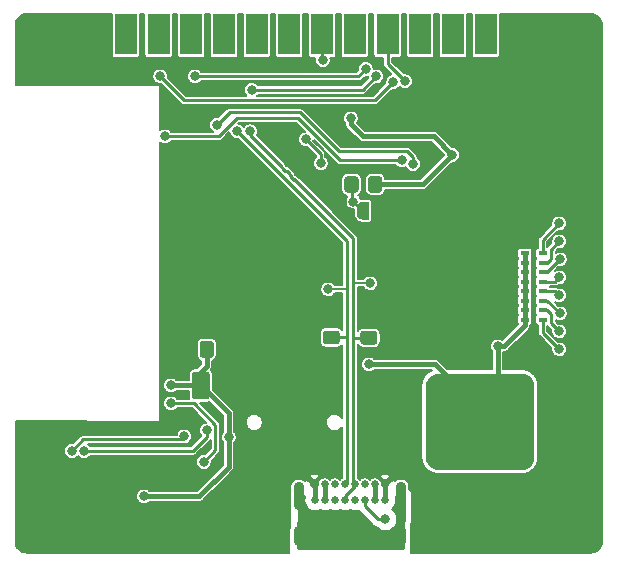
<source format=gbl>
G04 #@! TF.GenerationSoftware,KiCad,Pcbnew,5.1.10*
G04 #@! TF.CreationDate,2021-07-04T17:42:54-04:00*
G04 #@! TF.ProjectId,windpup,77696e64-7075-4702-9e6b-696361645f70,rev?*
G04 #@! TF.SameCoordinates,Original*
G04 #@! TF.FileFunction,Copper,L2,Bot*
G04 #@! TF.FilePolarity,Positive*
%FSLAX46Y46*%
G04 Gerber Fmt 4.6, Leading zero omitted, Abs format (unit mm)*
G04 Created by KiCad (PCBNEW 5.1.10) date 2021-07-04 17:42:54*
%MOMM*%
%LPD*%
G01*
G04 APERTURE LIST*
G04 #@! TA.AperFunction,SMDPad,CuDef*
%ADD10C,0.100000*%
G04 #@! TD*
G04 #@! TA.AperFunction,SMDPad,CuDef*
%ADD11R,0.760000X0.430000*%
G04 #@! TD*
G04 #@! TA.AperFunction,SMDPad,CuDef*
%ADD12R,1.846667X3.480000*%
G04 #@! TD*
G04 #@! TA.AperFunction,ComponentPad*
%ADD13O,0.900000X1.700000*%
G04 #@! TD*
G04 #@! TA.AperFunction,ComponentPad*
%ADD14O,0.900000X2.400000*%
G04 #@! TD*
G04 #@! TA.AperFunction,ComponentPad*
%ADD15C,0.650000*%
G04 #@! TD*
G04 #@! TA.AperFunction,ViaPad*
%ADD16C,0.800000*%
G04 #@! TD*
G04 #@! TA.AperFunction,Conductor*
%ADD17C,0.400000*%
G04 #@! TD*
G04 #@! TA.AperFunction,Conductor*
%ADD18C,0.250000*%
G04 #@! TD*
G04 #@! TA.AperFunction,Conductor*
%ADD19C,0.150000*%
G04 #@! TD*
G04 #@! TA.AperFunction,Conductor*
%ADD20C,0.254000*%
G04 #@! TD*
G04 #@! TA.AperFunction,Conductor*
%ADD21C,0.100000*%
G04 #@! TD*
G04 #@! TA.AperFunction,Conductor*
%ADD22C,0.137000*%
G04 #@! TD*
G04 APERTURE END LIST*
G04 #@! TA.AperFunction,SMDPad,CuDef*
D10*
G36*
X151130000Y-93395898D02*
G01*
X151105466Y-93395898D01*
X151056635Y-93391088D01*
X151008510Y-93381516D01*
X150961555Y-93367272D01*
X150916222Y-93348495D01*
X150872949Y-93325364D01*
X150832150Y-93298104D01*
X150794221Y-93266976D01*
X150759524Y-93232279D01*
X150728396Y-93194350D01*
X150701136Y-93153551D01*
X150678005Y-93110278D01*
X150659228Y-93064945D01*
X150644984Y-93017990D01*
X150635412Y-92969865D01*
X150630602Y-92921034D01*
X150630602Y-92896500D01*
X150630000Y-92896500D01*
X150630000Y-92396500D01*
X150630602Y-92396500D01*
X150630602Y-92371966D01*
X150635412Y-92323135D01*
X150644984Y-92275010D01*
X150659228Y-92228055D01*
X150678005Y-92182722D01*
X150701136Y-92139449D01*
X150728396Y-92098650D01*
X150759524Y-92060721D01*
X150794221Y-92026024D01*
X150832150Y-91994896D01*
X150872949Y-91967636D01*
X150916222Y-91944505D01*
X150961555Y-91925728D01*
X151008510Y-91911484D01*
X151056635Y-91901912D01*
X151105466Y-91897102D01*
X151130000Y-91897102D01*
X151130000Y-91896500D01*
X151630000Y-91896500D01*
X151630000Y-93396500D01*
X151130000Y-93396500D01*
X151130000Y-93395898D01*
G37*
G04 #@! TD.AperFunction*
G04 #@! TA.AperFunction,SMDPad,CuDef*
G36*
X151930000Y-91896500D02*
G01*
X152430000Y-91896500D01*
X152430000Y-91897102D01*
X152454534Y-91897102D01*
X152503365Y-91901912D01*
X152551490Y-91911484D01*
X152598445Y-91925728D01*
X152643778Y-91944505D01*
X152687051Y-91967636D01*
X152727850Y-91994896D01*
X152765779Y-92026024D01*
X152800476Y-92060721D01*
X152831604Y-92098650D01*
X152858864Y-92139449D01*
X152881995Y-92182722D01*
X152900772Y-92228055D01*
X152915016Y-92275010D01*
X152924588Y-92323135D01*
X152929398Y-92371966D01*
X152929398Y-92396500D01*
X152930000Y-92396500D01*
X152930000Y-92896500D01*
X152929398Y-92896500D01*
X152929398Y-92921034D01*
X152924588Y-92969865D01*
X152915016Y-93017990D01*
X152900772Y-93064945D01*
X152881995Y-93110278D01*
X152858864Y-93153551D01*
X152831604Y-93194350D01*
X152800476Y-93232279D01*
X152765779Y-93266976D01*
X152727850Y-93298104D01*
X152687051Y-93325364D01*
X152643778Y-93348495D01*
X152598445Y-93367272D01*
X152551490Y-93381516D01*
X152503365Y-93391088D01*
X152454534Y-93395898D01*
X152430000Y-93395898D01*
X152430000Y-93396500D01*
X151930000Y-93396500D01*
X151930000Y-91896500D01*
G37*
G04 #@! TD.AperFunction*
G04 #@! TA.AperFunction,SMDPad,CuDef*
G36*
G01*
X152113000Y-101912000D02*
X151163000Y-101912000D01*
G75*
G02*
X150913000Y-101662000I0J250000D01*
G01*
X150913000Y-100987000D01*
G75*
G02*
X151163000Y-100737000I250000J0D01*
G01*
X152113000Y-100737000D01*
G75*
G02*
X152363000Y-100987000I0J-250000D01*
G01*
X152363000Y-101662000D01*
G75*
G02*
X152113000Y-101912000I-250000J0D01*
G01*
G37*
G04 #@! TD.AperFunction*
G04 #@! TA.AperFunction,SMDPad,CuDef*
G36*
G01*
X152113000Y-103987000D02*
X151163000Y-103987000D01*
G75*
G02*
X150913000Y-103737000I0J250000D01*
G01*
X150913000Y-103062000D01*
G75*
G02*
X151163000Y-102812000I250000J0D01*
G01*
X152113000Y-102812000D01*
G75*
G02*
X152363000Y-103062000I0J-250000D01*
G01*
X152363000Y-103737000D01*
G75*
G02*
X152113000Y-103987000I-250000J0D01*
G01*
G37*
G04 #@! TD.AperFunction*
G04 #@! TA.AperFunction,SMDPad,CuDef*
G36*
G01*
X148938000Y-103965500D02*
X147988000Y-103965500D01*
G75*
G02*
X147738000Y-103715500I0J250000D01*
G01*
X147738000Y-103040500D01*
G75*
G02*
X147988000Y-102790500I250000J0D01*
G01*
X148938000Y-102790500D01*
G75*
G02*
X149188000Y-103040500I0J-250000D01*
G01*
X149188000Y-103715500D01*
G75*
G02*
X148938000Y-103965500I-250000J0D01*
G01*
G37*
G04 #@! TD.AperFunction*
G04 #@! TA.AperFunction,SMDPad,CuDef*
G36*
G01*
X148938000Y-101890500D02*
X147988000Y-101890500D01*
G75*
G02*
X147738000Y-101640500I0J250000D01*
G01*
X147738000Y-100965500D01*
G75*
G02*
X147988000Y-100715500I250000J0D01*
G01*
X148938000Y-100715500D01*
G75*
G02*
X149188000Y-100965500I0J-250000D01*
G01*
X149188000Y-101640500D01*
G75*
G02*
X148938000Y-101890500I-250000J0D01*
G01*
G37*
G04 #@! TD.AperFunction*
G04 #@! TA.AperFunction,SMDPad,CuDef*
G36*
G01*
X150777500Y-89973999D02*
X150777500Y-90874001D01*
G75*
G02*
X150527501Y-91124000I-249999J0D01*
G01*
X149827499Y-91124000D01*
G75*
G02*
X149577500Y-90874001I0J249999D01*
G01*
X149577500Y-89973999D01*
G75*
G02*
X149827499Y-89724000I249999J0D01*
G01*
X150527501Y-89724000D01*
G75*
G02*
X150777500Y-89973999I0J-249999D01*
G01*
G37*
G04 #@! TD.AperFunction*
G04 #@! TA.AperFunction,SMDPad,CuDef*
G36*
G01*
X152777500Y-89973999D02*
X152777500Y-90874001D01*
G75*
G02*
X152527501Y-91124000I-249999J0D01*
G01*
X151827499Y-91124000D01*
G75*
G02*
X151577500Y-90874001I0J249999D01*
G01*
X151577500Y-89973999D01*
G75*
G02*
X151827499Y-89724000I249999J0D01*
G01*
X152527501Y-89724000D01*
G75*
G02*
X152777500Y-89973999I0J-249999D01*
G01*
G37*
G04 #@! TD.AperFunction*
D11*
X164848000Y-101060000D03*
X164848000Y-101860000D03*
X164848000Y-96260000D03*
X164848000Y-97060000D03*
X166368000Y-97060000D03*
X166368000Y-96260000D03*
X166368000Y-101860000D03*
X166368000Y-101060000D03*
X164848000Y-97860000D03*
X164848000Y-100260000D03*
X166368000Y-100260000D03*
X166368000Y-97860000D03*
X164848000Y-99460000D03*
X166368000Y-99460000D03*
X164848000Y-98660000D03*
X166368000Y-98660000D03*
D12*
X161539000Y-77724000D03*
X158769000Y-77724000D03*
X155999000Y-77724000D03*
X153229000Y-77724000D03*
X150459000Y-77724000D03*
X147689000Y-77724000D03*
X144919000Y-77724000D03*
X142149000Y-77724000D03*
X139379000Y-77724000D03*
X136609000Y-77724000D03*
X133839000Y-77724000D03*
X131069000Y-77724000D03*
D13*
X154356000Y-120184000D03*
X145706000Y-120184000D03*
D14*
X154356000Y-116804000D03*
X145706000Y-116804000D03*
D15*
X153011000Y-117149000D03*
X152161000Y-117149000D03*
X151311000Y-117149000D03*
X150461000Y-117149000D03*
X149611000Y-117149000D03*
X148761000Y-117149000D03*
X147911000Y-117149000D03*
X147056000Y-117149000D03*
X153006000Y-115824000D03*
X152156000Y-115824000D03*
X151306000Y-115824000D03*
X150456000Y-115824000D03*
X149606000Y-115824000D03*
X147906000Y-115824000D03*
X147056000Y-115824000D03*
X148756000Y-115824000D03*
G04 #@! TA.AperFunction,SMDPad,CuDef*
G36*
G01*
X139409500Y-104869000D02*
X139409500Y-103919000D01*
G75*
G02*
X139659500Y-103669000I250000J0D01*
G01*
X140334500Y-103669000D01*
G75*
G02*
X140584500Y-103919000I0J-250000D01*
G01*
X140584500Y-104869000D01*
G75*
G02*
X140334500Y-105119000I-250000J0D01*
G01*
X139659500Y-105119000D01*
G75*
G02*
X139409500Y-104869000I0J250000D01*
G01*
G37*
G04 #@! TD.AperFunction*
G04 #@! TA.AperFunction,SMDPad,CuDef*
G36*
G01*
X137334500Y-104869000D02*
X137334500Y-103919000D01*
G75*
G02*
X137584500Y-103669000I250000J0D01*
G01*
X138259500Y-103669000D01*
G75*
G02*
X138509500Y-103919000I0J-250000D01*
G01*
X138509500Y-104869000D01*
G75*
G02*
X138259500Y-105119000I-250000J0D01*
G01*
X137584500Y-105119000D01*
G75*
G02*
X137334500Y-104869000I0J250000D01*
G01*
G37*
G04 #@! TD.AperFunction*
G04 #@! TA.AperFunction,SMDPad,CuDef*
G36*
G01*
X136664000Y-108367000D02*
X136664000Y-106517000D01*
G75*
G02*
X136914000Y-106267000I250000J0D01*
G01*
X137914000Y-106267000D01*
G75*
G02*
X138164000Y-106517000I0J-250000D01*
G01*
X138164000Y-108367000D01*
G75*
G02*
X137914000Y-108617000I-250000J0D01*
G01*
X136914000Y-108617000D01*
G75*
G02*
X136664000Y-108367000I0J250000D01*
G01*
G37*
G04 #@! TD.AperFunction*
G04 #@! TA.AperFunction,SMDPad,CuDef*
G36*
G01*
X139914000Y-108367000D02*
X139914000Y-106517000D01*
G75*
G02*
X140164000Y-106267000I250000J0D01*
G01*
X141164000Y-106267000D01*
G75*
G02*
X141414000Y-106517000I0J-250000D01*
G01*
X141414000Y-108367000D01*
G75*
G02*
X141164000Y-108617000I-250000J0D01*
G01*
X140164000Y-108617000D01*
G75*
G02*
X139914000Y-108367000I0J250000D01*
G01*
G37*
G04 #@! TD.AperFunction*
D16*
X142240000Y-95123000D03*
X140843000Y-95123000D03*
X139446000Y-95123000D03*
X140843000Y-93726000D03*
X140843000Y-96520000D03*
X139446000Y-93726000D03*
X142240000Y-93726000D03*
X142240000Y-96520000D03*
X139446000Y-96520000D03*
X151060553Y-85159168D03*
X122936000Y-111252000D03*
X125476000Y-111252000D03*
X128016000Y-111252000D03*
X130556000Y-111252000D03*
X169164000Y-116586000D03*
X169164000Y-117602000D03*
X169164000Y-118618000D03*
X159512000Y-108966000D03*
X162560000Y-112014000D03*
X159512000Y-112014000D03*
X162560000Y-108966000D03*
X134874000Y-107442000D03*
X132588000Y-116840000D03*
X162560000Y-104140000D03*
X150114000Y-84836000D03*
X158707000Y-87927000D03*
X151638000Y-105664000D03*
X139782828Y-111842828D03*
X153035000Y-118745000D03*
X140495001Y-85924111D03*
X148209000Y-99314000D03*
X141595001Y-85924111D03*
X151765004Y-98806000D03*
X137668000Y-113919000D03*
X134874000Y-108966000D03*
X127508000Y-112993010D03*
X137922000Y-111252001D03*
X126485005Y-112990696D03*
X136017000Y-111760000D03*
X154711974Y-81691315D03*
X147748166Y-79908968D03*
X152273000Y-81280004D03*
X141732000Y-82423000D03*
X151384000Y-80644998D03*
X136906000Y-81280000D03*
X153713442Y-81745694D03*
X133985000Y-81280000D03*
X167767000Y-104394000D03*
X167767000Y-102870000D03*
X167796825Y-101343484D03*
X167753000Y-99822000D03*
X167767000Y-98298000D03*
X167796870Y-96775678D03*
X167767000Y-95250000D03*
X167767000Y-93726000D03*
X150341920Y-91868220D03*
X147574000Y-88646000D03*
X146295001Y-86614000D03*
X155380695Y-88708231D03*
X138794999Y-85380990D03*
X154432000Y-88392000D03*
X134365998Y-86360000D03*
D17*
X147056000Y-115824000D02*
X147056000Y-117149000D01*
X153006000Y-117144000D02*
X153011000Y-117149000D01*
X153006000Y-115824000D02*
X153006000Y-117144000D01*
X147906000Y-117144000D02*
X147911000Y-117149000D01*
X147906000Y-115824000D02*
X147906000Y-117144000D01*
X152156000Y-117144000D02*
X152161000Y-117149000D01*
X152156000Y-115824000D02*
X152156000Y-117144000D01*
X137922000Y-104394000D02*
X137922000Y-105791000D01*
X137414000Y-107442000D02*
X137414000Y-106299000D01*
X137414000Y-106299000D02*
X137922000Y-105791000D01*
X162560000Y-108966000D02*
X162560000Y-104140000D01*
X150114000Y-84836000D02*
X150114000Y-85344000D01*
X150114000Y-85344000D02*
X151130000Y-86360000D01*
X157140000Y-86360000D02*
X158707000Y-87927000D01*
X151130000Y-86360000D02*
X157140000Y-86360000D01*
X156210000Y-90424000D02*
X158707000Y-87927000D01*
X152177500Y-90424000D02*
X156210000Y-90424000D01*
X159512000Y-112014000D02*
X159258000Y-112268000D01*
X159512000Y-108966000D02*
X159512000Y-107950000D01*
X157226000Y-105664000D02*
X151638000Y-105664000D01*
X159512000Y-107950000D02*
X157226000Y-105664000D01*
X164848000Y-96260000D02*
X164848000Y-101860000D01*
X164848000Y-101860000D02*
X164848000Y-102360000D01*
X163068000Y-104140000D02*
X162560000Y-104140000D01*
X164848000Y-102360000D02*
X163068000Y-104140000D01*
X137414000Y-107442000D02*
X139782828Y-109810828D01*
X139782828Y-114344172D02*
X139782828Y-111842828D01*
X137287000Y-116840000D02*
X139782828Y-114344172D01*
X132588000Y-116840000D02*
X137287000Y-116840000D01*
X139782828Y-109810828D02*
X139782828Y-111842828D01*
X134874000Y-107442000D02*
X137414000Y-107442000D01*
D18*
X152447381Y-118745000D02*
X153035000Y-118745000D01*
X151311000Y-117149000D02*
X151311000Y-117608619D01*
X151311000Y-117608619D02*
X152447381Y-118745000D01*
X149756000Y-115674000D02*
X149606000Y-115824000D01*
X149756000Y-113896000D02*
X149756000Y-115674000D01*
X149733000Y-103378000D02*
X149756000Y-103401000D01*
X148463000Y-103378000D02*
X149733000Y-103378000D01*
X140495001Y-85924111D02*
X149756000Y-95185110D01*
X149756000Y-99845000D02*
X149756000Y-113896000D01*
X149756000Y-99291000D02*
X149756000Y-99845000D01*
X149756000Y-95185110D02*
X149756000Y-99291000D01*
D19*
X148232000Y-99291000D02*
X148209000Y-99314000D01*
X149756000Y-99291000D02*
X148232000Y-99291000D01*
D18*
X149611000Y-117149000D02*
X149611000Y-116835000D01*
X150456000Y-115990000D02*
X150456000Y-115824000D01*
X149611000Y-116835000D02*
X150456000Y-115990000D01*
X150306000Y-115674000D02*
X150456000Y-115824000D01*
X150306000Y-113473000D02*
X150306000Y-115674000D01*
X150349500Y-103399500D02*
X150306000Y-103443000D01*
X151638000Y-103399500D02*
X150349500Y-103399500D01*
X145288434Y-90016914D02*
X145294010Y-90019599D01*
X145283596Y-90013056D02*
X145288434Y-90016914D01*
X144962583Y-89669917D02*
X144961206Y-89675950D01*
X144969126Y-89659503D02*
X144965268Y-89664341D01*
X144665075Y-89260325D02*
X144671108Y-89258948D01*
X144965268Y-89693748D02*
X144969126Y-89698586D01*
X144268274Y-88928093D02*
X144268274Y-88934281D01*
X144988671Y-89639963D02*
X144988669Y-89639961D01*
X145012071Y-89615582D02*
X145008213Y-89620420D01*
X144961206Y-89675950D02*
X144961206Y-89682139D01*
X144683329Y-89260324D02*
X144688906Y-89263010D01*
X145008213Y-89620420D02*
X144988671Y-89639963D01*
X145312265Y-90019599D02*
X145317841Y-90016914D01*
X145356924Y-90009196D02*
X145361762Y-90013055D01*
X144961206Y-89682139D02*
X144962583Y-89688172D01*
X145016133Y-89597784D02*
X145016134Y-89603974D01*
X144264212Y-88916484D02*
X144266897Y-88922060D01*
X145014757Y-89610007D02*
X145012071Y-89615582D01*
X145016134Y-89603974D02*
X145014757Y-89610007D01*
X145014756Y-89591751D02*
X145016133Y-89597784D01*
X145012072Y-89586176D02*
X145014756Y-89591751D01*
X144671108Y-89258948D02*
X144677296Y-89258947D01*
X145333093Y-90006511D02*
X145339127Y-90005134D01*
X144988669Y-89639961D02*
X144969126Y-89659503D01*
X145351348Y-90006511D02*
X145356924Y-90009196D01*
X144635119Y-89286411D02*
X144654662Y-89266869D01*
X144633448Y-89284739D02*
X144635119Y-89286411D01*
X144688906Y-89263010D02*
X144693744Y-89266868D01*
X144268274Y-88934281D02*
X144266897Y-88940315D01*
X144591270Y-89312202D02*
X144597459Y-89312202D01*
X144260353Y-88989812D02*
X144574823Y-89304282D01*
X144962583Y-89688172D02*
X144965268Y-89693748D01*
X144252432Y-88973365D02*
X144253809Y-88979398D01*
X144609068Y-89308140D02*
X144613906Y-89304281D01*
X144693744Y-89266868D02*
X145008214Y-89581338D01*
X144603492Y-89310825D02*
X144609068Y-89308140D01*
X144654662Y-89266869D02*
X144659498Y-89263009D01*
X141595001Y-85924111D02*
X141595001Y-86246293D01*
X144677296Y-89258947D02*
X144683329Y-89260324D01*
X144585237Y-89310825D02*
X144591270Y-89312202D01*
X141595001Y-86246293D02*
X144260354Y-88911646D01*
X144965268Y-89664341D02*
X144962583Y-89669917D01*
X144659498Y-89263009D02*
X144665075Y-89260325D01*
X144266897Y-88922060D02*
X144268274Y-88928093D01*
X144253809Y-88979398D02*
X144256494Y-88984974D01*
X144969126Y-89698586D02*
X145283596Y-90013056D01*
X145008214Y-89581338D02*
X145012072Y-89586176D01*
X144264212Y-88945890D02*
X144256494Y-88955568D01*
X144253809Y-88961143D02*
X144252432Y-88967177D01*
X144256494Y-88955568D02*
X144253809Y-88961143D01*
X144574823Y-89304282D02*
X144579661Y-89308140D01*
X144252432Y-88967177D02*
X144252432Y-88973365D01*
X144260354Y-88911646D02*
X144264212Y-88916484D01*
X144256494Y-88984974D02*
X144260353Y-88989812D01*
X144579661Y-89308140D02*
X144585237Y-89310825D01*
X144597459Y-89312202D02*
X144603492Y-89310825D01*
X144266897Y-88940315D02*
X144264212Y-88945890D01*
X144613906Y-89304281D02*
X144633448Y-89284739D01*
X145294010Y-90019599D02*
X145300043Y-90020976D01*
X145317841Y-90016914D02*
X145327518Y-90009196D01*
X145300043Y-90020976D02*
X145306232Y-90020976D01*
X145306232Y-90020976D02*
X145312265Y-90019599D01*
X145327518Y-90009196D02*
X145333093Y-90006511D01*
X145339127Y-90005134D02*
X145345315Y-90005134D01*
X145345315Y-90005134D02*
X145351348Y-90006511D01*
X145361762Y-90013055D02*
X150306000Y-94957292D01*
X150306000Y-99887000D02*
X150306000Y-113473000D01*
X150306000Y-98744000D02*
X150306000Y-99887000D01*
X150306000Y-94957292D02*
X150306000Y-98744000D01*
D19*
X150368000Y-98806000D02*
X151765004Y-98806000D01*
X150306000Y-98744000D02*
X150368000Y-98806000D01*
D18*
X136836004Y-108966000D02*
X134874000Y-108966000D01*
X138647002Y-112939998D02*
X138647002Y-110776998D01*
X138647002Y-110776998D02*
X136836004Y-108966000D01*
X137668000Y-113919000D02*
X138647002Y-112939998D01*
X127508000Y-112993010D02*
X136746676Y-112993010D01*
X137922000Y-111817686D02*
X137922000Y-111252001D01*
X136746676Y-112993010D02*
X137922000Y-111817686D01*
X135763000Y-112014000D02*
X136017000Y-111760000D01*
X126485005Y-112990696D02*
X127461701Y-112014000D01*
X127461701Y-112014000D02*
X135763000Y-112014000D01*
X153229000Y-80208341D02*
X154711974Y-81691315D01*
X153229000Y-77724000D02*
X153229000Y-80208341D01*
X147689000Y-77724000D02*
X147689000Y-79849802D01*
X147689000Y-79849802D02*
X147748166Y-79908968D01*
X152273000Y-81280004D02*
X151130004Y-82423000D01*
X151130004Y-82423000D02*
X141732000Y-82423000D01*
X151384000Y-80644998D02*
X150748998Y-81280000D01*
X150748998Y-81280000D02*
X136906000Y-81280000D01*
X153713442Y-81745694D02*
X152147136Y-83312000D01*
X152147136Y-83312000D02*
X136017000Y-83312000D01*
X136017000Y-83312000D02*
X133985000Y-81280000D01*
X166368000Y-102995000D02*
X166368000Y-101860000D01*
X167767000Y-104394000D02*
X166368000Y-102995000D01*
X166748002Y-101060000D02*
X166368000Y-101060000D01*
X167767000Y-102870000D02*
X167073001Y-102176001D01*
X167073001Y-102176001D02*
X167073001Y-101384999D01*
X167073001Y-101384999D02*
X166748002Y-101060000D01*
X166713341Y-100260000D02*
X167796825Y-101343484D01*
X166368000Y-100260000D02*
X166713341Y-100260000D01*
X167391000Y-99460000D02*
X166368000Y-99460000D01*
X167753000Y-99822000D02*
X167391000Y-99460000D01*
X167405000Y-98660000D02*
X166368000Y-98660000D01*
X167767000Y-98298000D02*
X167405000Y-98660000D01*
X166712548Y-97860000D02*
X166368000Y-97860000D01*
X167796870Y-96775678D02*
X166712548Y-97860000D01*
X167767000Y-95250000D02*
X167073001Y-95943999D01*
X166748002Y-97060000D02*
X166368000Y-97060000D01*
X167073001Y-95943999D02*
X167073001Y-96735001D01*
X167073001Y-96735001D02*
X166748002Y-97060000D01*
X167767000Y-93726000D02*
X166368000Y-95125000D01*
X166368000Y-95125000D02*
X166368000Y-96260000D01*
X150177500Y-91703800D02*
X150341920Y-91868220D01*
X150177500Y-90424000D02*
X150177500Y-91703800D01*
X151120200Y-92646500D02*
X150341920Y-91868220D01*
X151130000Y-92646500D02*
X151120200Y-92646500D01*
X146304000Y-86614000D02*
X146295001Y-86614000D01*
X147574000Y-87884000D02*
X146304000Y-86614000D01*
X147574000Y-88646000D02*
X147574000Y-87884000D01*
X139847989Y-84328000D02*
X138794999Y-85380990D01*
X145798822Y-84328000D02*
X139847989Y-84328000D01*
X149100822Y-87630000D02*
X145798822Y-84328000D01*
X155380695Y-88708231D02*
X155380695Y-88142546D01*
X155380695Y-88142546D02*
X154868149Y-87630000D01*
X154868149Y-87630000D02*
X149100822Y-87630000D01*
X138938000Y-86360000D02*
X134365998Y-86360000D01*
X140462000Y-84836000D02*
X138938000Y-86360000D01*
X145670411Y-84836000D02*
X140462000Y-84836000D01*
X149226411Y-88392000D02*
X145670411Y-84836000D01*
X154432000Y-88392000D02*
X149226411Y-88392000D01*
D20*
X164778189Y-106570376D02*
X164941850Y-106620022D01*
X165092672Y-106700638D01*
X165224870Y-106809130D01*
X165333362Y-106941328D01*
X165413978Y-107092150D01*
X165463624Y-107255811D01*
X165481000Y-107432234D01*
X165481000Y-113547766D01*
X165463624Y-113724189D01*
X165413978Y-113887850D01*
X165333362Y-114038672D01*
X165224870Y-114170870D01*
X165092672Y-114279362D01*
X164941850Y-114359978D01*
X164778189Y-114409624D01*
X164601766Y-114427000D01*
X157470234Y-114427000D01*
X157293811Y-114409624D01*
X157130150Y-114359978D01*
X156979328Y-114279362D01*
X156847130Y-114170870D01*
X156738638Y-114038672D01*
X156658022Y-113887850D01*
X156608376Y-113724189D01*
X156591000Y-113547766D01*
X156591000Y-107432234D01*
X156608376Y-107255811D01*
X156658022Y-107092150D01*
X156738638Y-106941328D01*
X156847130Y-106809130D01*
X156979328Y-106700638D01*
X157130150Y-106620022D01*
X157293811Y-106570376D01*
X157470234Y-106553000D01*
X164601766Y-106553000D01*
X164778189Y-106570376D01*
G04 #@! TA.AperFunction,Conductor*
D21*
G36*
X164778189Y-106570376D02*
G01*
X164941850Y-106620022D01*
X165092672Y-106700638D01*
X165224870Y-106809130D01*
X165333362Y-106941328D01*
X165413978Y-107092150D01*
X165463624Y-107255811D01*
X165481000Y-107432234D01*
X165481000Y-113547766D01*
X165463624Y-113724189D01*
X165413978Y-113887850D01*
X165333362Y-114038672D01*
X165224870Y-114170870D01*
X165092672Y-114279362D01*
X164941850Y-114359978D01*
X164778189Y-114409624D01*
X164601766Y-114427000D01*
X157470234Y-114427000D01*
X157293811Y-114409624D01*
X157130150Y-114359978D01*
X156979328Y-114279362D01*
X156847130Y-114170870D01*
X156738638Y-114038672D01*
X156658022Y-113887850D01*
X156608376Y-113724189D01*
X156591000Y-113547766D01*
X156591000Y-107432234D01*
X156608376Y-107255811D01*
X156658022Y-107092150D01*
X156738638Y-106941328D01*
X156847130Y-106809130D01*
X156979328Y-106700638D01*
X157130150Y-106620022D01*
X157293811Y-106570376D01*
X157470234Y-106553000D01*
X164601766Y-106553000D01*
X164778189Y-106570376D01*
G37*
G04 #@! TD.AperFunction*
D22*
X139852191Y-86119105D02*
X139902584Y-86240765D01*
X139975743Y-86350255D01*
X140068857Y-86443369D01*
X140178347Y-86516528D01*
X140300007Y-86566921D01*
X140429159Y-86592611D01*
X140560843Y-86592611D01*
X140599350Y-86584952D01*
X149362500Y-95348103D01*
X149362501Y-98947500D01*
X148768111Y-98947500D01*
X148728258Y-98887856D01*
X148635144Y-98794742D01*
X148525654Y-98721583D01*
X148403994Y-98671190D01*
X148274842Y-98645500D01*
X148143158Y-98645500D01*
X148014006Y-98671190D01*
X147892346Y-98721583D01*
X147782856Y-98794742D01*
X147689742Y-98887856D01*
X147616583Y-98997346D01*
X147566190Y-99119006D01*
X147540500Y-99248158D01*
X147540500Y-99379842D01*
X147566190Y-99508994D01*
X147616583Y-99630654D01*
X147689742Y-99740144D01*
X147782856Y-99833258D01*
X147892346Y-99906417D01*
X148014006Y-99956810D01*
X148143158Y-99982500D01*
X148274842Y-99982500D01*
X148403994Y-99956810D01*
X148525654Y-99906417D01*
X148635144Y-99833258D01*
X148728258Y-99740144D01*
X148798847Y-99634500D01*
X149362501Y-99634500D01*
X149362501Y-99825672D01*
X149362500Y-99825681D01*
X149362500Y-102742337D01*
X149305553Y-102672947D01*
X149226785Y-102608303D01*
X149136918Y-102560268D01*
X149039408Y-102530689D01*
X148938000Y-102520701D01*
X147988000Y-102520701D01*
X147886592Y-102530689D01*
X147789082Y-102560268D01*
X147699215Y-102608303D01*
X147620447Y-102672947D01*
X147555803Y-102751715D01*
X147507768Y-102841582D01*
X147478189Y-102939092D01*
X147468201Y-103040500D01*
X147468201Y-103715500D01*
X147478189Y-103816908D01*
X147507768Y-103914418D01*
X147555803Y-104004285D01*
X147620447Y-104083053D01*
X147699215Y-104147697D01*
X147789082Y-104195732D01*
X147886592Y-104225311D01*
X147988000Y-104235299D01*
X148938000Y-104235299D01*
X149039408Y-104225311D01*
X149136918Y-104195732D01*
X149226785Y-104147697D01*
X149305553Y-104083053D01*
X149362500Y-104013663D01*
X149362501Y-110231834D01*
X149287096Y-110118983D01*
X149187017Y-110018904D01*
X149069338Y-109940273D01*
X148938579Y-109886111D01*
X148799766Y-109858500D01*
X148658234Y-109858500D01*
X148519421Y-109886111D01*
X148388662Y-109940273D01*
X148270983Y-110018904D01*
X148170904Y-110118983D01*
X148092273Y-110236662D01*
X148038111Y-110367421D01*
X148010500Y-110506234D01*
X148010500Y-110647766D01*
X148038111Y-110786579D01*
X148092273Y-110917338D01*
X148170904Y-111035017D01*
X148270983Y-111135096D01*
X148388662Y-111213727D01*
X148519421Y-111267889D01*
X148658234Y-111295500D01*
X148799766Y-111295500D01*
X148938579Y-111267889D01*
X149069338Y-111213727D01*
X149187017Y-111135096D01*
X149287096Y-111035017D01*
X149362501Y-110922166D01*
X149362501Y-113876671D01*
X149362500Y-113876681D01*
X149362501Y-115282461D01*
X149324872Y-115298047D01*
X149227666Y-115362998D01*
X149181000Y-115409664D01*
X149134334Y-115362998D01*
X149037128Y-115298047D01*
X148929118Y-115253308D01*
X148814455Y-115230500D01*
X148697545Y-115230500D01*
X148582882Y-115253308D01*
X148474872Y-115298047D01*
X148377666Y-115362998D01*
X148331000Y-115409664D01*
X148284334Y-115362998D01*
X148187128Y-115298047D01*
X148079118Y-115253308D01*
X147964455Y-115230500D01*
X147847545Y-115230500D01*
X147732882Y-115253308D01*
X147624872Y-115298047D01*
X147527666Y-115362998D01*
X147444998Y-115445666D01*
X147380047Y-115542872D01*
X147335308Y-115650882D01*
X147312500Y-115765545D01*
X147312500Y-115858121D01*
X147070142Y-116100479D01*
X147056000Y-116086337D01*
X147041858Y-116100479D01*
X146779521Y-115838142D01*
X146793663Y-115824000D01*
X146402418Y-115432754D01*
X146229638Y-115452903D01*
X146202960Y-115532364D01*
X146107107Y-115453699D01*
X145982287Y-115386981D01*
X145846850Y-115345897D01*
X145706000Y-115332024D01*
X145565149Y-115345897D01*
X145429712Y-115386981D01*
X145304892Y-115453699D01*
X145195486Y-115543487D01*
X145105699Y-115652893D01*
X145038981Y-115777713D01*
X144997897Y-115913150D01*
X144987500Y-116018710D01*
X144987501Y-117589291D01*
X144997898Y-117694851D01*
X145002558Y-117710214D01*
X144902200Y-121523834D01*
X144908819Y-121601500D01*
X122697578Y-121601500D01*
X122497482Y-121581880D01*
X122319994Y-121528293D01*
X122156293Y-121441253D01*
X122012617Y-121324073D01*
X121894436Y-121181217D01*
X121806256Y-121018131D01*
X121751429Y-120841016D01*
X121730500Y-120641882D01*
X121730500Y-112924854D01*
X125816505Y-112924854D01*
X125816505Y-113056538D01*
X125842195Y-113185690D01*
X125892588Y-113307350D01*
X125965747Y-113416840D01*
X126058861Y-113509954D01*
X126168351Y-113583113D01*
X126290011Y-113633506D01*
X126419163Y-113659196D01*
X126550847Y-113659196D01*
X126679999Y-113633506D01*
X126801659Y-113583113D01*
X126911149Y-113509954D01*
X126995346Y-113425758D01*
X127081856Y-113512268D01*
X127191346Y-113585427D01*
X127313006Y-113635820D01*
X127442158Y-113661510D01*
X127573842Y-113661510D01*
X127702994Y-113635820D01*
X127824654Y-113585427D01*
X127934144Y-113512268D01*
X128027258Y-113419154D01*
X128049070Y-113386510D01*
X136727363Y-113386510D01*
X136746676Y-113388412D01*
X136765989Y-113386510D01*
X136765996Y-113386510D01*
X136823815Y-113380815D01*
X136897990Y-113358315D01*
X136966350Y-113321776D01*
X137026268Y-113272602D01*
X137038589Y-113257589D01*
X138186586Y-112109593D01*
X138201592Y-112097278D01*
X138250766Y-112037360D01*
X138253502Y-112032240D01*
X138253502Y-112777005D01*
X137772348Y-113258159D01*
X137733842Y-113250500D01*
X137602158Y-113250500D01*
X137473006Y-113276190D01*
X137351346Y-113326583D01*
X137241856Y-113399742D01*
X137148742Y-113492856D01*
X137075583Y-113602346D01*
X137025190Y-113724006D01*
X136999500Y-113853158D01*
X136999500Y-113984842D01*
X137025190Y-114113994D01*
X137075583Y-114235654D01*
X137148742Y-114345144D01*
X137241856Y-114438258D01*
X137351346Y-114511417D01*
X137473006Y-114561810D01*
X137602158Y-114587500D01*
X137733842Y-114587500D01*
X137862994Y-114561810D01*
X137984654Y-114511417D01*
X138094144Y-114438258D01*
X138187258Y-114345144D01*
X138260417Y-114235654D01*
X138310810Y-114113994D01*
X138336500Y-113984842D01*
X138336500Y-113853158D01*
X138328841Y-113814652D01*
X138911588Y-113231905D01*
X138926594Y-113219590D01*
X138975768Y-113159672D01*
X139012307Y-113091312D01*
X139034807Y-113017137D01*
X139040502Y-112959318D01*
X139040502Y-112959311D01*
X139042404Y-112939998D01*
X139040502Y-112920685D01*
X139040502Y-110796311D01*
X139042404Y-110776998D01*
X139040502Y-110757685D01*
X139040502Y-110757678D01*
X139034807Y-110699859D01*
X139012307Y-110625684D01*
X138975768Y-110557324D01*
X138926594Y-110497406D01*
X138911587Y-110485090D01*
X137313295Y-108886799D01*
X137914000Y-108886799D01*
X138015408Y-108876811D01*
X138112918Y-108847232D01*
X138141432Y-108831991D01*
X139314328Y-110004887D01*
X139314329Y-111365925D01*
X139263570Y-111416684D01*
X139190411Y-111526174D01*
X139140018Y-111647834D01*
X139114328Y-111776986D01*
X139114328Y-111908670D01*
X139140018Y-112037822D01*
X139190411Y-112159482D01*
X139263570Y-112268972D01*
X139314329Y-112319731D01*
X139314328Y-114150113D01*
X137092942Y-116371500D01*
X133064902Y-116371500D01*
X133014144Y-116320742D01*
X132904654Y-116247583D01*
X132782994Y-116197190D01*
X132653842Y-116171500D01*
X132522158Y-116171500D01*
X132393006Y-116197190D01*
X132271346Y-116247583D01*
X132161856Y-116320742D01*
X132068742Y-116413856D01*
X131995583Y-116523346D01*
X131945190Y-116645006D01*
X131919500Y-116774158D01*
X131919500Y-116905842D01*
X131945190Y-117034994D01*
X131995583Y-117156654D01*
X132068742Y-117266144D01*
X132161856Y-117359258D01*
X132271346Y-117432417D01*
X132393006Y-117482810D01*
X132522158Y-117508500D01*
X132653842Y-117508500D01*
X132782994Y-117482810D01*
X132904654Y-117432417D01*
X133014144Y-117359258D01*
X133064902Y-117308500D01*
X137263994Y-117308500D01*
X137287000Y-117310766D01*
X137310006Y-117308500D01*
X137378842Y-117301720D01*
X137467154Y-117274931D01*
X137548544Y-117231428D01*
X137619882Y-117172882D01*
X137634555Y-117155003D01*
X139619140Y-115170418D01*
X146664754Y-115170418D01*
X147056000Y-115561663D01*
X147447246Y-115170418D01*
X147427097Y-114997638D01*
X147258752Y-114941119D01*
X147082614Y-114918529D01*
X146905454Y-114930735D01*
X146734079Y-114977269D01*
X146684903Y-114997638D01*
X146664754Y-115170418D01*
X139619140Y-115170418D01*
X140097838Y-114691721D01*
X140115710Y-114677054D01*
X140174256Y-114605716D01*
X140217759Y-114524326D01*
X140228759Y-114488065D01*
X140244549Y-114436014D01*
X140253594Y-114344172D01*
X140251328Y-114321164D01*
X140251328Y-112319730D01*
X140302086Y-112268972D01*
X140375245Y-112159482D01*
X140425638Y-112037822D01*
X140451328Y-111908670D01*
X140451328Y-111776986D01*
X140425638Y-111647834D01*
X140375245Y-111526174D01*
X140302086Y-111416684D01*
X140251328Y-111365926D01*
X140251328Y-110506234D01*
X141210500Y-110506234D01*
X141210500Y-110647766D01*
X141238111Y-110786579D01*
X141292273Y-110917338D01*
X141370904Y-111035017D01*
X141470983Y-111135096D01*
X141588662Y-111213727D01*
X141719421Y-111267889D01*
X141858234Y-111295500D01*
X141999766Y-111295500D01*
X142138579Y-111267889D01*
X142269338Y-111213727D01*
X142387017Y-111135096D01*
X142487096Y-111035017D01*
X142565727Y-110917338D01*
X142619889Y-110786579D01*
X142647500Y-110647766D01*
X142647500Y-110506234D01*
X142619889Y-110367421D01*
X142565727Y-110236662D01*
X142487096Y-110118983D01*
X142387017Y-110018904D01*
X142269338Y-109940273D01*
X142138579Y-109886111D01*
X141999766Y-109858500D01*
X141858234Y-109858500D01*
X141719421Y-109886111D01*
X141588662Y-109940273D01*
X141470983Y-110018904D01*
X141370904Y-110118983D01*
X141292273Y-110236662D01*
X141238111Y-110367421D01*
X141210500Y-110506234D01*
X140251328Y-110506234D01*
X140251328Y-109833837D01*
X140253594Y-109810828D01*
X140244549Y-109718986D01*
X140228759Y-109666935D01*
X140217759Y-109630674D01*
X140174256Y-109549284D01*
X140115710Y-109477946D01*
X140097838Y-109463279D01*
X138433799Y-107799241D01*
X138433799Y-106517000D01*
X138423811Y-106415592D01*
X138394232Y-106318082D01*
X138346197Y-106228215D01*
X138281553Y-106149447D01*
X138252642Y-106125720D01*
X138254882Y-106123882D01*
X138313428Y-106052544D01*
X138356931Y-105971154D01*
X138383720Y-105882842D01*
X138390500Y-105814006D01*
X138390500Y-105814000D01*
X138392765Y-105791001D01*
X138390500Y-105768002D01*
X138390500Y-105369834D01*
X138458418Y-105349232D01*
X138548285Y-105301197D01*
X138627053Y-105236553D01*
X138691697Y-105157785D01*
X138739732Y-105067918D01*
X138769311Y-104970408D01*
X138779299Y-104869000D01*
X138779299Y-103919000D01*
X138769311Y-103817592D01*
X138739732Y-103720082D01*
X138691697Y-103630215D01*
X138627053Y-103551447D01*
X138548285Y-103486803D01*
X138458418Y-103438768D01*
X138360908Y-103409189D01*
X138259500Y-103399201D01*
X137584500Y-103399201D01*
X137483092Y-103409189D01*
X137385582Y-103438768D01*
X137295715Y-103486803D01*
X137216947Y-103551447D01*
X137152303Y-103630215D01*
X137104268Y-103720082D01*
X137074689Y-103817592D01*
X137064701Y-103919000D01*
X137064701Y-104869000D01*
X137074689Y-104970408D01*
X137104268Y-105067918D01*
X137152303Y-105157785D01*
X137216947Y-105236553D01*
X137295715Y-105301197D01*
X137385582Y-105349232D01*
X137453501Y-105369835D01*
X137453501Y-105596940D01*
X137098992Y-105951450D01*
X137081119Y-105966118D01*
X137055610Y-105997201D01*
X136914000Y-105997201D01*
X136812592Y-106007189D01*
X136715082Y-106036768D01*
X136625215Y-106084803D01*
X136546447Y-106149447D01*
X136481803Y-106228215D01*
X136433768Y-106318082D01*
X136404189Y-106415592D01*
X136394201Y-106517000D01*
X136394201Y-106973500D01*
X135350902Y-106973500D01*
X135300144Y-106922742D01*
X135190654Y-106849583D01*
X135068994Y-106799190D01*
X134939842Y-106773500D01*
X134808158Y-106773500D01*
X134679006Y-106799190D01*
X134557346Y-106849583D01*
X134447856Y-106922742D01*
X134354742Y-107015856D01*
X134281583Y-107125346D01*
X134231190Y-107247006D01*
X134205500Y-107376158D01*
X134205500Y-107507842D01*
X134231190Y-107636994D01*
X134281583Y-107758654D01*
X134354742Y-107868144D01*
X134447856Y-107961258D01*
X134557346Y-108034417D01*
X134679006Y-108084810D01*
X134808158Y-108110500D01*
X134939842Y-108110500D01*
X135068994Y-108084810D01*
X135190654Y-108034417D01*
X135300144Y-107961258D01*
X135350902Y-107910500D01*
X136394201Y-107910500D01*
X136394201Y-108367000D01*
X136404189Y-108468408D01*
X136433768Y-108565918D01*
X136437286Y-108572500D01*
X135415070Y-108572500D01*
X135393258Y-108539856D01*
X135300144Y-108446742D01*
X135190654Y-108373583D01*
X135068994Y-108323190D01*
X134939842Y-108297500D01*
X134808158Y-108297500D01*
X134679006Y-108323190D01*
X134557346Y-108373583D01*
X134447856Y-108446742D01*
X134354742Y-108539856D01*
X134281583Y-108649346D01*
X134231190Y-108771006D01*
X134205500Y-108900158D01*
X134205500Y-109031842D01*
X134231190Y-109160994D01*
X134281583Y-109282654D01*
X134354742Y-109392144D01*
X134447856Y-109485258D01*
X134557346Y-109558417D01*
X134679006Y-109608810D01*
X134808158Y-109634500D01*
X134939842Y-109634500D01*
X135068994Y-109608810D01*
X135190654Y-109558417D01*
X135300144Y-109485258D01*
X135393258Y-109392144D01*
X135415070Y-109359500D01*
X136673012Y-109359500D01*
X137897012Y-110583501D01*
X137856158Y-110583501D01*
X137727006Y-110609191D01*
X137605346Y-110659584D01*
X137495856Y-110732743D01*
X137402742Y-110825857D01*
X137329583Y-110935347D01*
X137279190Y-111057007D01*
X137253500Y-111186159D01*
X137253500Y-111317843D01*
X137279190Y-111446995D01*
X137329583Y-111568655D01*
X137402742Y-111678145D01*
X137453895Y-111729298D01*
X136583684Y-112599510D01*
X128049070Y-112599510D01*
X128027258Y-112566866D01*
X127934144Y-112473752D01*
X127834991Y-112407500D01*
X135743687Y-112407500D01*
X135763000Y-112409402D01*
X135782313Y-112407500D01*
X135782320Y-112407500D01*
X135824632Y-112403332D01*
X135951158Y-112428500D01*
X136082842Y-112428500D01*
X136211994Y-112402810D01*
X136333654Y-112352417D01*
X136443144Y-112279258D01*
X136536258Y-112186144D01*
X136609417Y-112076654D01*
X136659810Y-111954994D01*
X136685500Y-111825842D01*
X136685500Y-111694158D01*
X136659810Y-111565006D01*
X136609417Y-111443346D01*
X136536258Y-111333856D01*
X136443144Y-111240742D01*
X136333654Y-111167583D01*
X136211994Y-111117190D01*
X136082842Y-111091500D01*
X135951158Y-111091500D01*
X135822006Y-111117190D01*
X135700346Y-111167583D01*
X135590856Y-111240742D01*
X135497742Y-111333856D01*
X135424583Y-111443346D01*
X135374190Y-111565006D01*
X135363152Y-111620500D01*
X127481014Y-111620500D01*
X127461701Y-111618598D01*
X127442388Y-111620500D01*
X127442381Y-111620500D01*
X127391721Y-111625490D01*
X127384561Y-111626195D01*
X127362061Y-111633020D01*
X127310387Y-111648695D01*
X127242027Y-111685234D01*
X127227269Y-111697346D01*
X127197115Y-111722092D01*
X127197111Y-111722096D01*
X127182109Y-111734408D01*
X127169797Y-111749410D01*
X126589353Y-112329855D01*
X126550847Y-112322196D01*
X126419163Y-112322196D01*
X126290011Y-112347886D01*
X126168351Y-112398279D01*
X126058861Y-112471438D01*
X125965747Y-112564552D01*
X125892588Y-112674042D01*
X125842195Y-112795702D01*
X125816505Y-112924854D01*
X121730500Y-112924854D01*
X121730500Y-110459503D01*
X133857441Y-110558498D01*
X133871364Y-110557184D01*
X133884214Y-110553286D01*
X133896057Y-110546956D01*
X133906437Y-110538437D01*
X133914956Y-110528057D01*
X133921286Y-110516214D01*
X133925184Y-110503364D01*
X133926500Y-110490000D01*
X133926500Y-86865904D01*
X133939854Y-86879258D01*
X134049344Y-86952417D01*
X134171004Y-87002810D01*
X134300156Y-87028500D01*
X134431840Y-87028500D01*
X134560992Y-87002810D01*
X134682652Y-86952417D01*
X134792142Y-86879258D01*
X134885256Y-86786144D01*
X134907068Y-86753500D01*
X138918687Y-86753500D01*
X138938000Y-86755402D01*
X138957313Y-86753500D01*
X138957320Y-86753500D01*
X139015139Y-86747805D01*
X139089314Y-86725305D01*
X139157674Y-86688766D01*
X139217592Y-86639592D01*
X139229913Y-86624579D01*
X139832812Y-86021680D01*
X139852191Y-86119105D01*
G04 #@! TA.AperFunction,Conductor*
D21*
G36*
X139852191Y-86119105D02*
G01*
X139902584Y-86240765D01*
X139975743Y-86350255D01*
X140068857Y-86443369D01*
X140178347Y-86516528D01*
X140300007Y-86566921D01*
X140429159Y-86592611D01*
X140560843Y-86592611D01*
X140599350Y-86584952D01*
X149362500Y-95348103D01*
X149362501Y-98947500D01*
X148768111Y-98947500D01*
X148728258Y-98887856D01*
X148635144Y-98794742D01*
X148525654Y-98721583D01*
X148403994Y-98671190D01*
X148274842Y-98645500D01*
X148143158Y-98645500D01*
X148014006Y-98671190D01*
X147892346Y-98721583D01*
X147782856Y-98794742D01*
X147689742Y-98887856D01*
X147616583Y-98997346D01*
X147566190Y-99119006D01*
X147540500Y-99248158D01*
X147540500Y-99379842D01*
X147566190Y-99508994D01*
X147616583Y-99630654D01*
X147689742Y-99740144D01*
X147782856Y-99833258D01*
X147892346Y-99906417D01*
X148014006Y-99956810D01*
X148143158Y-99982500D01*
X148274842Y-99982500D01*
X148403994Y-99956810D01*
X148525654Y-99906417D01*
X148635144Y-99833258D01*
X148728258Y-99740144D01*
X148798847Y-99634500D01*
X149362501Y-99634500D01*
X149362501Y-99825672D01*
X149362500Y-99825681D01*
X149362500Y-102742337D01*
X149305553Y-102672947D01*
X149226785Y-102608303D01*
X149136918Y-102560268D01*
X149039408Y-102530689D01*
X148938000Y-102520701D01*
X147988000Y-102520701D01*
X147886592Y-102530689D01*
X147789082Y-102560268D01*
X147699215Y-102608303D01*
X147620447Y-102672947D01*
X147555803Y-102751715D01*
X147507768Y-102841582D01*
X147478189Y-102939092D01*
X147468201Y-103040500D01*
X147468201Y-103715500D01*
X147478189Y-103816908D01*
X147507768Y-103914418D01*
X147555803Y-104004285D01*
X147620447Y-104083053D01*
X147699215Y-104147697D01*
X147789082Y-104195732D01*
X147886592Y-104225311D01*
X147988000Y-104235299D01*
X148938000Y-104235299D01*
X149039408Y-104225311D01*
X149136918Y-104195732D01*
X149226785Y-104147697D01*
X149305553Y-104083053D01*
X149362500Y-104013663D01*
X149362501Y-110231834D01*
X149287096Y-110118983D01*
X149187017Y-110018904D01*
X149069338Y-109940273D01*
X148938579Y-109886111D01*
X148799766Y-109858500D01*
X148658234Y-109858500D01*
X148519421Y-109886111D01*
X148388662Y-109940273D01*
X148270983Y-110018904D01*
X148170904Y-110118983D01*
X148092273Y-110236662D01*
X148038111Y-110367421D01*
X148010500Y-110506234D01*
X148010500Y-110647766D01*
X148038111Y-110786579D01*
X148092273Y-110917338D01*
X148170904Y-111035017D01*
X148270983Y-111135096D01*
X148388662Y-111213727D01*
X148519421Y-111267889D01*
X148658234Y-111295500D01*
X148799766Y-111295500D01*
X148938579Y-111267889D01*
X149069338Y-111213727D01*
X149187017Y-111135096D01*
X149287096Y-111035017D01*
X149362501Y-110922166D01*
X149362501Y-113876671D01*
X149362500Y-113876681D01*
X149362501Y-115282461D01*
X149324872Y-115298047D01*
X149227666Y-115362998D01*
X149181000Y-115409664D01*
X149134334Y-115362998D01*
X149037128Y-115298047D01*
X148929118Y-115253308D01*
X148814455Y-115230500D01*
X148697545Y-115230500D01*
X148582882Y-115253308D01*
X148474872Y-115298047D01*
X148377666Y-115362998D01*
X148331000Y-115409664D01*
X148284334Y-115362998D01*
X148187128Y-115298047D01*
X148079118Y-115253308D01*
X147964455Y-115230500D01*
X147847545Y-115230500D01*
X147732882Y-115253308D01*
X147624872Y-115298047D01*
X147527666Y-115362998D01*
X147444998Y-115445666D01*
X147380047Y-115542872D01*
X147335308Y-115650882D01*
X147312500Y-115765545D01*
X147312500Y-115858121D01*
X147070142Y-116100479D01*
X147056000Y-116086337D01*
X147041858Y-116100479D01*
X146779521Y-115838142D01*
X146793663Y-115824000D01*
X146402418Y-115432754D01*
X146229638Y-115452903D01*
X146202960Y-115532364D01*
X146107107Y-115453699D01*
X145982287Y-115386981D01*
X145846850Y-115345897D01*
X145706000Y-115332024D01*
X145565149Y-115345897D01*
X145429712Y-115386981D01*
X145304892Y-115453699D01*
X145195486Y-115543487D01*
X145105699Y-115652893D01*
X145038981Y-115777713D01*
X144997897Y-115913150D01*
X144987500Y-116018710D01*
X144987501Y-117589291D01*
X144997898Y-117694851D01*
X145002558Y-117710214D01*
X144902200Y-121523834D01*
X144908819Y-121601500D01*
X122697578Y-121601500D01*
X122497482Y-121581880D01*
X122319994Y-121528293D01*
X122156293Y-121441253D01*
X122012617Y-121324073D01*
X121894436Y-121181217D01*
X121806256Y-121018131D01*
X121751429Y-120841016D01*
X121730500Y-120641882D01*
X121730500Y-112924854D01*
X125816505Y-112924854D01*
X125816505Y-113056538D01*
X125842195Y-113185690D01*
X125892588Y-113307350D01*
X125965747Y-113416840D01*
X126058861Y-113509954D01*
X126168351Y-113583113D01*
X126290011Y-113633506D01*
X126419163Y-113659196D01*
X126550847Y-113659196D01*
X126679999Y-113633506D01*
X126801659Y-113583113D01*
X126911149Y-113509954D01*
X126995346Y-113425758D01*
X127081856Y-113512268D01*
X127191346Y-113585427D01*
X127313006Y-113635820D01*
X127442158Y-113661510D01*
X127573842Y-113661510D01*
X127702994Y-113635820D01*
X127824654Y-113585427D01*
X127934144Y-113512268D01*
X128027258Y-113419154D01*
X128049070Y-113386510D01*
X136727363Y-113386510D01*
X136746676Y-113388412D01*
X136765989Y-113386510D01*
X136765996Y-113386510D01*
X136823815Y-113380815D01*
X136897990Y-113358315D01*
X136966350Y-113321776D01*
X137026268Y-113272602D01*
X137038589Y-113257589D01*
X138186586Y-112109593D01*
X138201592Y-112097278D01*
X138250766Y-112037360D01*
X138253502Y-112032240D01*
X138253502Y-112777005D01*
X137772348Y-113258159D01*
X137733842Y-113250500D01*
X137602158Y-113250500D01*
X137473006Y-113276190D01*
X137351346Y-113326583D01*
X137241856Y-113399742D01*
X137148742Y-113492856D01*
X137075583Y-113602346D01*
X137025190Y-113724006D01*
X136999500Y-113853158D01*
X136999500Y-113984842D01*
X137025190Y-114113994D01*
X137075583Y-114235654D01*
X137148742Y-114345144D01*
X137241856Y-114438258D01*
X137351346Y-114511417D01*
X137473006Y-114561810D01*
X137602158Y-114587500D01*
X137733842Y-114587500D01*
X137862994Y-114561810D01*
X137984654Y-114511417D01*
X138094144Y-114438258D01*
X138187258Y-114345144D01*
X138260417Y-114235654D01*
X138310810Y-114113994D01*
X138336500Y-113984842D01*
X138336500Y-113853158D01*
X138328841Y-113814652D01*
X138911588Y-113231905D01*
X138926594Y-113219590D01*
X138975768Y-113159672D01*
X139012307Y-113091312D01*
X139034807Y-113017137D01*
X139040502Y-112959318D01*
X139040502Y-112959311D01*
X139042404Y-112939998D01*
X139040502Y-112920685D01*
X139040502Y-110796311D01*
X139042404Y-110776998D01*
X139040502Y-110757685D01*
X139040502Y-110757678D01*
X139034807Y-110699859D01*
X139012307Y-110625684D01*
X138975768Y-110557324D01*
X138926594Y-110497406D01*
X138911587Y-110485090D01*
X137313295Y-108886799D01*
X137914000Y-108886799D01*
X138015408Y-108876811D01*
X138112918Y-108847232D01*
X138141432Y-108831991D01*
X139314328Y-110004887D01*
X139314329Y-111365925D01*
X139263570Y-111416684D01*
X139190411Y-111526174D01*
X139140018Y-111647834D01*
X139114328Y-111776986D01*
X139114328Y-111908670D01*
X139140018Y-112037822D01*
X139190411Y-112159482D01*
X139263570Y-112268972D01*
X139314329Y-112319731D01*
X139314328Y-114150113D01*
X137092942Y-116371500D01*
X133064902Y-116371500D01*
X133014144Y-116320742D01*
X132904654Y-116247583D01*
X132782994Y-116197190D01*
X132653842Y-116171500D01*
X132522158Y-116171500D01*
X132393006Y-116197190D01*
X132271346Y-116247583D01*
X132161856Y-116320742D01*
X132068742Y-116413856D01*
X131995583Y-116523346D01*
X131945190Y-116645006D01*
X131919500Y-116774158D01*
X131919500Y-116905842D01*
X131945190Y-117034994D01*
X131995583Y-117156654D01*
X132068742Y-117266144D01*
X132161856Y-117359258D01*
X132271346Y-117432417D01*
X132393006Y-117482810D01*
X132522158Y-117508500D01*
X132653842Y-117508500D01*
X132782994Y-117482810D01*
X132904654Y-117432417D01*
X133014144Y-117359258D01*
X133064902Y-117308500D01*
X137263994Y-117308500D01*
X137287000Y-117310766D01*
X137310006Y-117308500D01*
X137378842Y-117301720D01*
X137467154Y-117274931D01*
X137548544Y-117231428D01*
X137619882Y-117172882D01*
X137634555Y-117155003D01*
X139619140Y-115170418D01*
X146664754Y-115170418D01*
X147056000Y-115561663D01*
X147447246Y-115170418D01*
X147427097Y-114997638D01*
X147258752Y-114941119D01*
X147082614Y-114918529D01*
X146905454Y-114930735D01*
X146734079Y-114977269D01*
X146684903Y-114997638D01*
X146664754Y-115170418D01*
X139619140Y-115170418D01*
X140097838Y-114691721D01*
X140115710Y-114677054D01*
X140174256Y-114605716D01*
X140217759Y-114524326D01*
X140228759Y-114488065D01*
X140244549Y-114436014D01*
X140253594Y-114344172D01*
X140251328Y-114321164D01*
X140251328Y-112319730D01*
X140302086Y-112268972D01*
X140375245Y-112159482D01*
X140425638Y-112037822D01*
X140451328Y-111908670D01*
X140451328Y-111776986D01*
X140425638Y-111647834D01*
X140375245Y-111526174D01*
X140302086Y-111416684D01*
X140251328Y-111365926D01*
X140251328Y-110506234D01*
X141210500Y-110506234D01*
X141210500Y-110647766D01*
X141238111Y-110786579D01*
X141292273Y-110917338D01*
X141370904Y-111035017D01*
X141470983Y-111135096D01*
X141588662Y-111213727D01*
X141719421Y-111267889D01*
X141858234Y-111295500D01*
X141999766Y-111295500D01*
X142138579Y-111267889D01*
X142269338Y-111213727D01*
X142387017Y-111135096D01*
X142487096Y-111035017D01*
X142565727Y-110917338D01*
X142619889Y-110786579D01*
X142647500Y-110647766D01*
X142647500Y-110506234D01*
X142619889Y-110367421D01*
X142565727Y-110236662D01*
X142487096Y-110118983D01*
X142387017Y-110018904D01*
X142269338Y-109940273D01*
X142138579Y-109886111D01*
X141999766Y-109858500D01*
X141858234Y-109858500D01*
X141719421Y-109886111D01*
X141588662Y-109940273D01*
X141470983Y-110018904D01*
X141370904Y-110118983D01*
X141292273Y-110236662D01*
X141238111Y-110367421D01*
X141210500Y-110506234D01*
X140251328Y-110506234D01*
X140251328Y-109833837D01*
X140253594Y-109810828D01*
X140244549Y-109718986D01*
X140228759Y-109666935D01*
X140217759Y-109630674D01*
X140174256Y-109549284D01*
X140115710Y-109477946D01*
X140097838Y-109463279D01*
X138433799Y-107799241D01*
X138433799Y-106517000D01*
X138423811Y-106415592D01*
X138394232Y-106318082D01*
X138346197Y-106228215D01*
X138281553Y-106149447D01*
X138252642Y-106125720D01*
X138254882Y-106123882D01*
X138313428Y-106052544D01*
X138356931Y-105971154D01*
X138383720Y-105882842D01*
X138390500Y-105814006D01*
X138390500Y-105814000D01*
X138392765Y-105791001D01*
X138390500Y-105768002D01*
X138390500Y-105369834D01*
X138458418Y-105349232D01*
X138548285Y-105301197D01*
X138627053Y-105236553D01*
X138691697Y-105157785D01*
X138739732Y-105067918D01*
X138769311Y-104970408D01*
X138779299Y-104869000D01*
X138779299Y-103919000D01*
X138769311Y-103817592D01*
X138739732Y-103720082D01*
X138691697Y-103630215D01*
X138627053Y-103551447D01*
X138548285Y-103486803D01*
X138458418Y-103438768D01*
X138360908Y-103409189D01*
X138259500Y-103399201D01*
X137584500Y-103399201D01*
X137483092Y-103409189D01*
X137385582Y-103438768D01*
X137295715Y-103486803D01*
X137216947Y-103551447D01*
X137152303Y-103630215D01*
X137104268Y-103720082D01*
X137074689Y-103817592D01*
X137064701Y-103919000D01*
X137064701Y-104869000D01*
X137074689Y-104970408D01*
X137104268Y-105067918D01*
X137152303Y-105157785D01*
X137216947Y-105236553D01*
X137295715Y-105301197D01*
X137385582Y-105349232D01*
X137453501Y-105369835D01*
X137453501Y-105596940D01*
X137098992Y-105951450D01*
X137081119Y-105966118D01*
X137055610Y-105997201D01*
X136914000Y-105997201D01*
X136812592Y-106007189D01*
X136715082Y-106036768D01*
X136625215Y-106084803D01*
X136546447Y-106149447D01*
X136481803Y-106228215D01*
X136433768Y-106318082D01*
X136404189Y-106415592D01*
X136394201Y-106517000D01*
X136394201Y-106973500D01*
X135350902Y-106973500D01*
X135300144Y-106922742D01*
X135190654Y-106849583D01*
X135068994Y-106799190D01*
X134939842Y-106773500D01*
X134808158Y-106773500D01*
X134679006Y-106799190D01*
X134557346Y-106849583D01*
X134447856Y-106922742D01*
X134354742Y-107015856D01*
X134281583Y-107125346D01*
X134231190Y-107247006D01*
X134205500Y-107376158D01*
X134205500Y-107507842D01*
X134231190Y-107636994D01*
X134281583Y-107758654D01*
X134354742Y-107868144D01*
X134447856Y-107961258D01*
X134557346Y-108034417D01*
X134679006Y-108084810D01*
X134808158Y-108110500D01*
X134939842Y-108110500D01*
X135068994Y-108084810D01*
X135190654Y-108034417D01*
X135300144Y-107961258D01*
X135350902Y-107910500D01*
X136394201Y-107910500D01*
X136394201Y-108367000D01*
X136404189Y-108468408D01*
X136433768Y-108565918D01*
X136437286Y-108572500D01*
X135415070Y-108572500D01*
X135393258Y-108539856D01*
X135300144Y-108446742D01*
X135190654Y-108373583D01*
X135068994Y-108323190D01*
X134939842Y-108297500D01*
X134808158Y-108297500D01*
X134679006Y-108323190D01*
X134557346Y-108373583D01*
X134447856Y-108446742D01*
X134354742Y-108539856D01*
X134281583Y-108649346D01*
X134231190Y-108771006D01*
X134205500Y-108900158D01*
X134205500Y-109031842D01*
X134231190Y-109160994D01*
X134281583Y-109282654D01*
X134354742Y-109392144D01*
X134447856Y-109485258D01*
X134557346Y-109558417D01*
X134679006Y-109608810D01*
X134808158Y-109634500D01*
X134939842Y-109634500D01*
X135068994Y-109608810D01*
X135190654Y-109558417D01*
X135300144Y-109485258D01*
X135393258Y-109392144D01*
X135415070Y-109359500D01*
X136673012Y-109359500D01*
X137897012Y-110583501D01*
X137856158Y-110583501D01*
X137727006Y-110609191D01*
X137605346Y-110659584D01*
X137495856Y-110732743D01*
X137402742Y-110825857D01*
X137329583Y-110935347D01*
X137279190Y-111057007D01*
X137253500Y-111186159D01*
X137253500Y-111317843D01*
X137279190Y-111446995D01*
X137329583Y-111568655D01*
X137402742Y-111678145D01*
X137453895Y-111729298D01*
X136583684Y-112599510D01*
X128049070Y-112599510D01*
X128027258Y-112566866D01*
X127934144Y-112473752D01*
X127834991Y-112407500D01*
X135743687Y-112407500D01*
X135763000Y-112409402D01*
X135782313Y-112407500D01*
X135782320Y-112407500D01*
X135824632Y-112403332D01*
X135951158Y-112428500D01*
X136082842Y-112428500D01*
X136211994Y-112402810D01*
X136333654Y-112352417D01*
X136443144Y-112279258D01*
X136536258Y-112186144D01*
X136609417Y-112076654D01*
X136659810Y-111954994D01*
X136685500Y-111825842D01*
X136685500Y-111694158D01*
X136659810Y-111565006D01*
X136609417Y-111443346D01*
X136536258Y-111333856D01*
X136443144Y-111240742D01*
X136333654Y-111167583D01*
X136211994Y-111117190D01*
X136082842Y-111091500D01*
X135951158Y-111091500D01*
X135822006Y-111117190D01*
X135700346Y-111167583D01*
X135590856Y-111240742D01*
X135497742Y-111333856D01*
X135424583Y-111443346D01*
X135374190Y-111565006D01*
X135363152Y-111620500D01*
X127481014Y-111620500D01*
X127461701Y-111618598D01*
X127442388Y-111620500D01*
X127442381Y-111620500D01*
X127391721Y-111625490D01*
X127384561Y-111626195D01*
X127362061Y-111633020D01*
X127310387Y-111648695D01*
X127242027Y-111685234D01*
X127227269Y-111697346D01*
X127197115Y-111722092D01*
X127197111Y-111722096D01*
X127182109Y-111734408D01*
X127169797Y-111749410D01*
X126589353Y-112329855D01*
X126550847Y-112322196D01*
X126419163Y-112322196D01*
X126290011Y-112347886D01*
X126168351Y-112398279D01*
X126058861Y-112471438D01*
X125965747Y-112564552D01*
X125892588Y-112674042D01*
X125842195Y-112795702D01*
X125816505Y-112924854D01*
X121730500Y-112924854D01*
X121730500Y-110459503D01*
X133857441Y-110558498D01*
X133871364Y-110557184D01*
X133884214Y-110553286D01*
X133896057Y-110546956D01*
X133906437Y-110538437D01*
X133914956Y-110528057D01*
X133921286Y-110516214D01*
X133925184Y-110503364D01*
X133926500Y-110490000D01*
X133926500Y-86865904D01*
X133939854Y-86879258D01*
X134049344Y-86952417D01*
X134171004Y-87002810D01*
X134300156Y-87028500D01*
X134431840Y-87028500D01*
X134560992Y-87002810D01*
X134682652Y-86952417D01*
X134792142Y-86879258D01*
X134885256Y-86786144D01*
X134907068Y-86753500D01*
X138918687Y-86753500D01*
X138938000Y-86755402D01*
X138957313Y-86753500D01*
X138957320Y-86753500D01*
X139015139Y-86747805D01*
X139089314Y-86725305D01*
X139157674Y-86688766D01*
X139217592Y-86639592D01*
X139229913Y-86624579D01*
X139832812Y-86021680D01*
X139852191Y-86119105D01*
G37*
G04 #@! TD.AperFunction*
D22*
X129875868Y-79464000D02*
X129881052Y-79516635D01*
X129896405Y-79567248D01*
X129921337Y-79613892D01*
X129954890Y-79654777D01*
X129995775Y-79688330D01*
X130042419Y-79713262D01*
X130093032Y-79728615D01*
X130145667Y-79733799D01*
X131992333Y-79733799D01*
X132044968Y-79728615D01*
X132095581Y-79713262D01*
X132142225Y-79688330D01*
X132183110Y-79654777D01*
X132216663Y-79613892D01*
X132241595Y-79567248D01*
X132256948Y-79516635D01*
X132262132Y-79464000D01*
X132262132Y-76010500D01*
X132645868Y-76010500D01*
X132645868Y-79464000D01*
X132651052Y-79516635D01*
X132666405Y-79567248D01*
X132691337Y-79613892D01*
X132724890Y-79654777D01*
X132765775Y-79688330D01*
X132812419Y-79713262D01*
X132863032Y-79728615D01*
X132915667Y-79733799D01*
X134762333Y-79733799D01*
X134814968Y-79728615D01*
X134865581Y-79713262D01*
X134912225Y-79688330D01*
X134953110Y-79654777D01*
X134986663Y-79613892D01*
X135011595Y-79567248D01*
X135026948Y-79516635D01*
X135032132Y-79464000D01*
X135032132Y-76010500D01*
X135415868Y-76010500D01*
X135415868Y-79464000D01*
X135421052Y-79516635D01*
X135436405Y-79567248D01*
X135461337Y-79613892D01*
X135494890Y-79654777D01*
X135535775Y-79688330D01*
X135582419Y-79713262D01*
X135633032Y-79728615D01*
X135685667Y-79733799D01*
X137532333Y-79733799D01*
X137584968Y-79728615D01*
X137635581Y-79713262D01*
X137682225Y-79688330D01*
X137723110Y-79654777D01*
X137756663Y-79613892D01*
X137781595Y-79567248D01*
X137796948Y-79516635D01*
X137802132Y-79464000D01*
X137802132Y-76010500D01*
X138185868Y-76010500D01*
X138185868Y-79464000D01*
X138191052Y-79516635D01*
X138206405Y-79567248D01*
X138231337Y-79613892D01*
X138264890Y-79654777D01*
X138305775Y-79688330D01*
X138352419Y-79713262D01*
X138403032Y-79728615D01*
X138455667Y-79733799D01*
X140302333Y-79733799D01*
X140354968Y-79728615D01*
X140405581Y-79713262D01*
X140452225Y-79688330D01*
X140493110Y-79654777D01*
X140526663Y-79613892D01*
X140551595Y-79567248D01*
X140566948Y-79516635D01*
X140572132Y-79464000D01*
X140572132Y-76010500D01*
X140955868Y-76010500D01*
X140955868Y-79464000D01*
X140961052Y-79516635D01*
X140976405Y-79567248D01*
X141001337Y-79613892D01*
X141034890Y-79654777D01*
X141075775Y-79688330D01*
X141122419Y-79713262D01*
X141173032Y-79728615D01*
X141225667Y-79733799D01*
X143072333Y-79733799D01*
X143124968Y-79728615D01*
X143175581Y-79713262D01*
X143222225Y-79688330D01*
X143263110Y-79654777D01*
X143296663Y-79613892D01*
X143321595Y-79567248D01*
X143336948Y-79516635D01*
X143342132Y-79464000D01*
X143342132Y-76010500D01*
X143725868Y-76010500D01*
X143725868Y-79464000D01*
X143731052Y-79516635D01*
X143746405Y-79567248D01*
X143771337Y-79613892D01*
X143804890Y-79654777D01*
X143845775Y-79688330D01*
X143892419Y-79713262D01*
X143943032Y-79728615D01*
X143995667Y-79733799D01*
X145842333Y-79733799D01*
X145894968Y-79728615D01*
X145945581Y-79713262D01*
X145992225Y-79688330D01*
X146033110Y-79654777D01*
X146066663Y-79613892D01*
X146091595Y-79567248D01*
X146106948Y-79516635D01*
X146112132Y-79464000D01*
X146112132Y-76010500D01*
X146495868Y-76010500D01*
X146495868Y-79464000D01*
X146501052Y-79516635D01*
X146516405Y-79567248D01*
X146541337Y-79613892D01*
X146574890Y-79654777D01*
X146615775Y-79688330D01*
X146662419Y-79713262D01*
X146713032Y-79728615D01*
X146765667Y-79733799D01*
X147101413Y-79733799D01*
X147079666Y-79843126D01*
X147079666Y-79974810D01*
X147105356Y-80103962D01*
X147155749Y-80225622D01*
X147228908Y-80335112D01*
X147322022Y-80428226D01*
X147431512Y-80501385D01*
X147553172Y-80551778D01*
X147682324Y-80577468D01*
X147814008Y-80577468D01*
X147943160Y-80551778D01*
X148064820Y-80501385D01*
X148174310Y-80428226D01*
X148267424Y-80335112D01*
X148340583Y-80225622D01*
X148390976Y-80103962D01*
X148416666Y-79974810D01*
X148416666Y-79843126D01*
X148394919Y-79733799D01*
X148612333Y-79733799D01*
X148664968Y-79728615D01*
X148715581Y-79713262D01*
X148762225Y-79688330D01*
X148803110Y-79654777D01*
X148836663Y-79613892D01*
X148861595Y-79567248D01*
X148876948Y-79516635D01*
X148882132Y-79464000D01*
X148882132Y-76010500D01*
X149265868Y-76010500D01*
X149265868Y-79464000D01*
X149271052Y-79516635D01*
X149286405Y-79567248D01*
X149311337Y-79613892D01*
X149344890Y-79654777D01*
X149385775Y-79688330D01*
X149432419Y-79713262D01*
X149483032Y-79728615D01*
X149535667Y-79733799D01*
X151382333Y-79733799D01*
X151434968Y-79728615D01*
X151485581Y-79713262D01*
X151532225Y-79688330D01*
X151573110Y-79654777D01*
X151606663Y-79613892D01*
X151631595Y-79567248D01*
X151646948Y-79516635D01*
X151652132Y-79464000D01*
X151652132Y-76010500D01*
X152035868Y-76010500D01*
X152035868Y-79464000D01*
X152041052Y-79516635D01*
X152056405Y-79567248D01*
X152081337Y-79613892D01*
X152114890Y-79654777D01*
X152155775Y-79688330D01*
X152202419Y-79713262D01*
X152253032Y-79728615D01*
X152305667Y-79733799D01*
X152835501Y-79733799D01*
X152835501Y-80189018D01*
X152833598Y-80208341D01*
X152841195Y-80285480D01*
X152854198Y-80328344D01*
X152863696Y-80359655D01*
X152900235Y-80428015D01*
X152949409Y-80487933D01*
X152964416Y-80500249D01*
X153558987Y-81094820D01*
X153518448Y-81102884D01*
X153396788Y-81153277D01*
X153287298Y-81226436D01*
X153194184Y-81319550D01*
X153121025Y-81429040D01*
X153070632Y-81550700D01*
X153044942Y-81679852D01*
X153044942Y-81811536D01*
X153052601Y-81850042D01*
X151984144Y-82918500D01*
X142181902Y-82918500D01*
X142251258Y-82849144D01*
X142273070Y-82816500D01*
X151110691Y-82816500D01*
X151130004Y-82818402D01*
X151149317Y-82816500D01*
X151149324Y-82816500D01*
X151207143Y-82810805D01*
X151281318Y-82788305D01*
X151349678Y-82751766D01*
X151409596Y-82702592D01*
X151421917Y-82687579D01*
X152168652Y-81940845D01*
X152207158Y-81948504D01*
X152338842Y-81948504D01*
X152467994Y-81922814D01*
X152589654Y-81872421D01*
X152699144Y-81799262D01*
X152792258Y-81706148D01*
X152865417Y-81596658D01*
X152915810Y-81474998D01*
X152941500Y-81345846D01*
X152941500Y-81214162D01*
X152915810Y-81085010D01*
X152865417Y-80963350D01*
X152792258Y-80853860D01*
X152699144Y-80760746D01*
X152589654Y-80687587D01*
X152467994Y-80637194D01*
X152338842Y-80611504D01*
X152207158Y-80611504D01*
X152078006Y-80637194D01*
X152052500Y-80647759D01*
X152052500Y-80579156D01*
X152026810Y-80450004D01*
X151976417Y-80328344D01*
X151903258Y-80218854D01*
X151810144Y-80125740D01*
X151700654Y-80052581D01*
X151578994Y-80002188D01*
X151449842Y-79976498D01*
X151318158Y-79976498D01*
X151189006Y-80002188D01*
X151067346Y-80052581D01*
X150957856Y-80125740D01*
X150864742Y-80218854D01*
X150791583Y-80328344D01*
X150741190Y-80450004D01*
X150715500Y-80579156D01*
X150715500Y-80710840D01*
X150723159Y-80749346D01*
X150586006Y-80886500D01*
X137447070Y-80886500D01*
X137425258Y-80853856D01*
X137332144Y-80760742D01*
X137222654Y-80687583D01*
X137100994Y-80637190D01*
X136971842Y-80611500D01*
X136840158Y-80611500D01*
X136711006Y-80637190D01*
X136589346Y-80687583D01*
X136479856Y-80760742D01*
X136386742Y-80853856D01*
X136313583Y-80963346D01*
X136263190Y-81085006D01*
X136237500Y-81214158D01*
X136237500Y-81345842D01*
X136263190Y-81474994D01*
X136313583Y-81596654D01*
X136386742Y-81706144D01*
X136479856Y-81799258D01*
X136589346Y-81872417D01*
X136711006Y-81922810D01*
X136840158Y-81948500D01*
X136971842Y-81948500D01*
X137100994Y-81922810D01*
X137222654Y-81872417D01*
X137332144Y-81799258D01*
X137425258Y-81706144D01*
X137447070Y-81673500D01*
X150729685Y-81673500D01*
X150748998Y-81675402D01*
X150768311Y-81673500D01*
X150768318Y-81673500D01*
X150826137Y-81667805D01*
X150900312Y-81645305D01*
X150968672Y-81608766D01*
X151028590Y-81559592D01*
X151040911Y-81544579D01*
X151279652Y-81305839D01*
X151318158Y-81313498D01*
X151449842Y-81313498D01*
X151578994Y-81287808D01*
X151604500Y-81277243D01*
X151604500Y-81345846D01*
X151612159Y-81384352D01*
X150967012Y-82029500D01*
X142273070Y-82029500D01*
X142251258Y-81996856D01*
X142158144Y-81903742D01*
X142048654Y-81830583D01*
X141926994Y-81780190D01*
X141797842Y-81754500D01*
X141666158Y-81754500D01*
X141537006Y-81780190D01*
X141415346Y-81830583D01*
X141305856Y-81903742D01*
X141212742Y-81996856D01*
X141139583Y-82106346D01*
X141089190Y-82228006D01*
X141063500Y-82357158D01*
X141063500Y-82488842D01*
X141089190Y-82617994D01*
X141139583Y-82739654D01*
X141212742Y-82849144D01*
X141282098Y-82918500D01*
X136179993Y-82918500D01*
X134645841Y-81384348D01*
X134653500Y-81345842D01*
X134653500Y-81214158D01*
X134627810Y-81085006D01*
X134577417Y-80963346D01*
X134504258Y-80853856D01*
X134411144Y-80760742D01*
X134301654Y-80687583D01*
X134179994Y-80637190D01*
X134050842Y-80611500D01*
X133919158Y-80611500D01*
X133790006Y-80637190D01*
X133668346Y-80687583D01*
X133558856Y-80760742D01*
X133465742Y-80853856D01*
X133392583Y-80963346D01*
X133342190Y-81085006D01*
X133316500Y-81214158D01*
X133316500Y-81345842D01*
X133342190Y-81474994D01*
X133392583Y-81596654D01*
X133465742Y-81706144D01*
X133558856Y-81799258D01*
X133668346Y-81872417D01*
X133790006Y-81922810D01*
X133919158Y-81948500D01*
X134050842Y-81948500D01*
X134089348Y-81940841D01*
X135725092Y-83576585D01*
X135737408Y-83591592D01*
X135797326Y-83640766D01*
X135865686Y-83677305D01*
X135917360Y-83692980D01*
X135939860Y-83699805D01*
X135947020Y-83700510D01*
X135997680Y-83705500D01*
X135997687Y-83705500D01*
X136017000Y-83707402D01*
X136036313Y-83705500D01*
X152127823Y-83705500D01*
X152147136Y-83707402D01*
X152166449Y-83705500D01*
X152166456Y-83705500D01*
X152224275Y-83699805D01*
X152298450Y-83677305D01*
X152366810Y-83640766D01*
X152426728Y-83591592D01*
X152439049Y-83576579D01*
X153609094Y-82406535D01*
X153647600Y-82414194D01*
X153779284Y-82414194D01*
X153908436Y-82388504D01*
X154030096Y-82338111D01*
X154139586Y-82264952D01*
X154232700Y-82171838D01*
X154238466Y-82163209D01*
X154285830Y-82210573D01*
X154395320Y-82283732D01*
X154516980Y-82334125D01*
X154646132Y-82359815D01*
X154777816Y-82359815D01*
X154906968Y-82334125D01*
X155028628Y-82283732D01*
X155138118Y-82210573D01*
X155231232Y-82117459D01*
X155304391Y-82007969D01*
X155354784Y-81886309D01*
X155380474Y-81757157D01*
X155380474Y-81625473D01*
X155354784Y-81496321D01*
X155304391Y-81374661D01*
X155231232Y-81265171D01*
X155138118Y-81172057D01*
X155028628Y-81098898D01*
X154906968Y-81048505D01*
X154777816Y-81022815D01*
X154646132Y-81022815D01*
X154607626Y-81030474D01*
X153622500Y-80045349D01*
X153622500Y-79733799D01*
X154152333Y-79733799D01*
X154204968Y-79728615D01*
X154255581Y-79713262D01*
X154302225Y-79688330D01*
X154343110Y-79654777D01*
X154376663Y-79613892D01*
X154401595Y-79567248D01*
X154416948Y-79516635D01*
X154422132Y-79464000D01*
X154422132Y-76010500D01*
X154805868Y-76010500D01*
X154805868Y-79464000D01*
X154811052Y-79516635D01*
X154826405Y-79567248D01*
X154851337Y-79613892D01*
X154884890Y-79654777D01*
X154925775Y-79688330D01*
X154972419Y-79713262D01*
X155023032Y-79728615D01*
X155075667Y-79733799D01*
X156922333Y-79733799D01*
X156974968Y-79728615D01*
X157025581Y-79713262D01*
X157072225Y-79688330D01*
X157113110Y-79654777D01*
X157146663Y-79613892D01*
X157171595Y-79567248D01*
X157186948Y-79516635D01*
X157192132Y-79464000D01*
X157192132Y-76010500D01*
X157575868Y-76010500D01*
X157575868Y-79464000D01*
X157581052Y-79516635D01*
X157596405Y-79567248D01*
X157621337Y-79613892D01*
X157654890Y-79654777D01*
X157695775Y-79688330D01*
X157742419Y-79713262D01*
X157793032Y-79728615D01*
X157845667Y-79733799D01*
X159692333Y-79733799D01*
X159744968Y-79728615D01*
X159795581Y-79713262D01*
X159842225Y-79688330D01*
X159883110Y-79654777D01*
X159916663Y-79613892D01*
X159941595Y-79567248D01*
X159956948Y-79516635D01*
X159962132Y-79464000D01*
X159962132Y-76010500D01*
X160345868Y-76010500D01*
X160345868Y-79464000D01*
X160351052Y-79516635D01*
X160366405Y-79567248D01*
X160391337Y-79613892D01*
X160424890Y-79654777D01*
X160465775Y-79688330D01*
X160512419Y-79713262D01*
X160563032Y-79728615D01*
X160615667Y-79733799D01*
X162462333Y-79733799D01*
X162514968Y-79728615D01*
X162565581Y-79713262D01*
X162612225Y-79688330D01*
X162653110Y-79654777D01*
X162686663Y-79613892D01*
X162711595Y-79567248D01*
X162726948Y-79516635D01*
X162732132Y-79464000D01*
X162732132Y-76010500D01*
X170418422Y-76010500D01*
X170618518Y-76030120D01*
X170796006Y-76083707D01*
X170959708Y-76170749D01*
X171103385Y-76287929D01*
X171221564Y-76430783D01*
X171309744Y-76593869D01*
X171364571Y-76770983D01*
X171385500Y-76970118D01*
X171385501Y-120634412D01*
X171365880Y-120834518D01*
X171312293Y-121012006D01*
X171225253Y-121175707D01*
X171108073Y-121319383D01*
X170965217Y-121437564D01*
X170802131Y-121525744D01*
X170625016Y-121580571D01*
X170425882Y-121601500D01*
X155192877Y-121601500D01*
X155198800Y-121554166D01*
X155325800Y-116728166D01*
X155314923Y-116600530D01*
X155282117Y-116492383D01*
X155228842Y-116392714D01*
X155157147Y-116305353D01*
X155074500Y-116237527D01*
X155074500Y-116018709D01*
X155064103Y-115913149D01*
X155023019Y-115777712D01*
X154956301Y-115652892D01*
X154866513Y-115543486D01*
X154757107Y-115453699D01*
X154632287Y-115386981D01*
X154496850Y-115345897D01*
X154356000Y-115332024D01*
X154215149Y-115345897D01*
X154079712Y-115386981D01*
X153954892Y-115453699D01*
X153860605Y-115531079D01*
X153852731Y-115502079D01*
X153832362Y-115452903D01*
X153659582Y-115432754D01*
X153268337Y-115824000D01*
X153282479Y-115838142D01*
X153020142Y-116100479D01*
X153006000Y-116086337D01*
X152991858Y-116100479D01*
X152749500Y-115858121D01*
X152749500Y-115765545D01*
X152726692Y-115650882D01*
X152681953Y-115542872D01*
X152617002Y-115445666D01*
X152534334Y-115362998D01*
X152437128Y-115298047D01*
X152329118Y-115253308D01*
X152214455Y-115230500D01*
X152097545Y-115230500D01*
X151982882Y-115253308D01*
X151874872Y-115298047D01*
X151777666Y-115362998D01*
X151731000Y-115409664D01*
X151684334Y-115362998D01*
X151587128Y-115298047D01*
X151479118Y-115253308D01*
X151364455Y-115230500D01*
X151247545Y-115230500D01*
X151132882Y-115253308D01*
X151024872Y-115298047D01*
X150927666Y-115362998D01*
X150881000Y-115409664D01*
X150834334Y-115362998D01*
X150737128Y-115298047D01*
X150699500Y-115282461D01*
X150699500Y-115170418D01*
X152614754Y-115170418D01*
X153006000Y-115561663D01*
X153397246Y-115170418D01*
X153377097Y-114997638D01*
X153208752Y-114941119D01*
X153032614Y-114918529D01*
X152855454Y-114930735D01*
X152684079Y-114977269D01*
X152634903Y-114997638D01*
X152614754Y-115170418D01*
X150699500Y-115170418D01*
X150699500Y-105598158D01*
X150969500Y-105598158D01*
X150969500Y-105729842D01*
X150995190Y-105858994D01*
X151045583Y-105980654D01*
X151118742Y-106090144D01*
X151211856Y-106183258D01*
X151321346Y-106256417D01*
X151443006Y-106306810D01*
X151572158Y-106332500D01*
X151703842Y-106332500D01*
X151832994Y-106306810D01*
X151954654Y-106256417D01*
X152064144Y-106183258D01*
X152114902Y-106132500D01*
X157030347Y-106132500D01*
X156974348Y-106149487D01*
X156907607Y-106177132D01*
X156734720Y-106269542D01*
X156674656Y-106309675D01*
X156523119Y-106434038D01*
X156472038Y-106485119D01*
X156347675Y-106636656D01*
X156307542Y-106696720D01*
X156215132Y-106869607D01*
X156187487Y-106936348D01*
X156130582Y-107123941D01*
X156116489Y-107194790D01*
X156097274Y-107389880D01*
X156095500Y-107426000D01*
X156095500Y-113554000D01*
X156097274Y-113590120D01*
X156116489Y-113785210D01*
X156130582Y-113856059D01*
X156187487Y-114043652D01*
X156215132Y-114110393D01*
X156307542Y-114283280D01*
X156347675Y-114343344D01*
X156472038Y-114494881D01*
X156523119Y-114545962D01*
X156674656Y-114670325D01*
X156734720Y-114710458D01*
X156907607Y-114802868D01*
X156974348Y-114830513D01*
X157161941Y-114887418D01*
X157232790Y-114901511D01*
X157427880Y-114920726D01*
X157464000Y-114922500D01*
X164608000Y-114922500D01*
X164644120Y-114920726D01*
X164839210Y-114901511D01*
X164910059Y-114887418D01*
X165097652Y-114830513D01*
X165164393Y-114802868D01*
X165337280Y-114710458D01*
X165397344Y-114670325D01*
X165548881Y-114545962D01*
X165599962Y-114494881D01*
X165724325Y-114343344D01*
X165764458Y-114283280D01*
X165856868Y-114110393D01*
X165884513Y-114043652D01*
X165941418Y-113856059D01*
X165955511Y-113785210D01*
X165974726Y-113590120D01*
X165976500Y-113554000D01*
X165976500Y-107426000D01*
X165974726Y-107389880D01*
X165955511Y-107194790D01*
X165941418Y-107123941D01*
X165884513Y-106936348D01*
X165856868Y-106869607D01*
X165764458Y-106696720D01*
X165724325Y-106636656D01*
X165599962Y-106485119D01*
X165548881Y-106434038D01*
X165397344Y-106309675D01*
X165337280Y-106269542D01*
X165164393Y-106177132D01*
X165097652Y-106149487D01*
X164910059Y-106092582D01*
X164839210Y-106078489D01*
X164644120Y-106059274D01*
X164608000Y-106057500D01*
X163028500Y-106057500D01*
X163028500Y-104616902D01*
X163036902Y-104608500D01*
X163044994Y-104608500D01*
X163068000Y-104610766D01*
X163091006Y-104608500D01*
X163159842Y-104601720D01*
X163248154Y-104574931D01*
X163329544Y-104531428D01*
X163400882Y-104472882D01*
X163415555Y-104455003D01*
X165163008Y-102707551D01*
X165180882Y-102692882D01*
X165239428Y-102621544D01*
X165282931Y-102540154D01*
X165309720Y-102451842D01*
X165316500Y-102383006D01*
X165318766Y-102360001D01*
X165316500Y-102336995D01*
X165316500Y-102328736D01*
X165331248Y-102324262D01*
X165377892Y-102299330D01*
X165418777Y-102265777D01*
X165452330Y-102224892D01*
X165477262Y-102178248D01*
X165492615Y-102127635D01*
X165497799Y-102075000D01*
X165497799Y-101645000D01*
X165492615Y-101592365D01*
X165477262Y-101541752D01*
X165452330Y-101495108D01*
X165423518Y-101460000D01*
X165452330Y-101424892D01*
X165477262Y-101378248D01*
X165492615Y-101327635D01*
X165497799Y-101275000D01*
X165497799Y-100845000D01*
X165492615Y-100792365D01*
X165477262Y-100741752D01*
X165452330Y-100695108D01*
X165423518Y-100660000D01*
X165452330Y-100624892D01*
X165477262Y-100578248D01*
X165492615Y-100527635D01*
X165497799Y-100475000D01*
X165497799Y-100045000D01*
X165492615Y-99992365D01*
X165477262Y-99941752D01*
X165452330Y-99895108D01*
X165423518Y-99860000D01*
X165452330Y-99824892D01*
X165477262Y-99778248D01*
X165492615Y-99727635D01*
X165497799Y-99675000D01*
X165497799Y-99245000D01*
X165492615Y-99192365D01*
X165477262Y-99141752D01*
X165452330Y-99095108D01*
X165423518Y-99060000D01*
X165452330Y-99024892D01*
X165477262Y-98978248D01*
X165492615Y-98927635D01*
X165497799Y-98875000D01*
X165497799Y-98445000D01*
X165492615Y-98392365D01*
X165477262Y-98341752D01*
X165452330Y-98295108D01*
X165423518Y-98260000D01*
X165452330Y-98224892D01*
X165477262Y-98178248D01*
X165492615Y-98127635D01*
X165497799Y-98075000D01*
X165497799Y-97645000D01*
X165492615Y-97592365D01*
X165477262Y-97541752D01*
X165452330Y-97495108D01*
X165423518Y-97460000D01*
X165452330Y-97424892D01*
X165477262Y-97378248D01*
X165492615Y-97327635D01*
X165497799Y-97275000D01*
X165497799Y-96845000D01*
X165492615Y-96792365D01*
X165477262Y-96741752D01*
X165452330Y-96695108D01*
X165423518Y-96660000D01*
X165452330Y-96624892D01*
X165477262Y-96578248D01*
X165492615Y-96527635D01*
X165497799Y-96475000D01*
X165497799Y-96045000D01*
X165718201Y-96045000D01*
X165718201Y-96475000D01*
X165723385Y-96527635D01*
X165738738Y-96578248D01*
X165763670Y-96624892D01*
X165792482Y-96660000D01*
X165763670Y-96695108D01*
X165738738Y-96741752D01*
X165723385Y-96792365D01*
X165718201Y-96845000D01*
X165718201Y-97275000D01*
X165723385Y-97327635D01*
X165738738Y-97378248D01*
X165763670Y-97424892D01*
X165792482Y-97460000D01*
X165763670Y-97495108D01*
X165738738Y-97541752D01*
X165723385Y-97592365D01*
X165718201Y-97645000D01*
X165718201Y-98075000D01*
X165723385Y-98127635D01*
X165738738Y-98178248D01*
X165763670Y-98224892D01*
X165792482Y-98260000D01*
X165763670Y-98295108D01*
X165738738Y-98341752D01*
X165723385Y-98392365D01*
X165718201Y-98445000D01*
X165718201Y-98875000D01*
X165723385Y-98927635D01*
X165738738Y-98978248D01*
X165763670Y-99024892D01*
X165792482Y-99060000D01*
X165763670Y-99095108D01*
X165738738Y-99141752D01*
X165723385Y-99192365D01*
X165718201Y-99245000D01*
X165718201Y-99675000D01*
X165723385Y-99727635D01*
X165738738Y-99778248D01*
X165763670Y-99824892D01*
X165792482Y-99860000D01*
X165763670Y-99895108D01*
X165738738Y-99941752D01*
X165723385Y-99992365D01*
X165718201Y-100045000D01*
X165718201Y-100475000D01*
X165723385Y-100527635D01*
X165738738Y-100578248D01*
X165763670Y-100624892D01*
X165792482Y-100660000D01*
X165763670Y-100695108D01*
X165738738Y-100741752D01*
X165723385Y-100792365D01*
X165718201Y-100845000D01*
X165718201Y-101275000D01*
X165723385Y-101327635D01*
X165738738Y-101378248D01*
X165763670Y-101424892D01*
X165792482Y-101460000D01*
X165763670Y-101495108D01*
X165738738Y-101541752D01*
X165723385Y-101592365D01*
X165718201Y-101645000D01*
X165718201Y-102075000D01*
X165723385Y-102127635D01*
X165738738Y-102178248D01*
X165763670Y-102224892D01*
X165797223Y-102265777D01*
X165838108Y-102299330D01*
X165884752Y-102324262D01*
X165935365Y-102339615D01*
X165974501Y-102343469D01*
X165974500Y-102975687D01*
X165972598Y-102995000D01*
X165974500Y-103014313D01*
X165974500Y-103014319D01*
X165980195Y-103072138D01*
X166002695Y-103146313D01*
X166039234Y-103214673D01*
X166088408Y-103274592D01*
X166103421Y-103286913D01*
X167106159Y-104289652D01*
X167098500Y-104328158D01*
X167098500Y-104459842D01*
X167124190Y-104588994D01*
X167174583Y-104710654D01*
X167247742Y-104820144D01*
X167340856Y-104913258D01*
X167450346Y-104986417D01*
X167572006Y-105036810D01*
X167701158Y-105062500D01*
X167832842Y-105062500D01*
X167961994Y-105036810D01*
X168083654Y-104986417D01*
X168193144Y-104913258D01*
X168286258Y-104820144D01*
X168359417Y-104710654D01*
X168409810Y-104588994D01*
X168435500Y-104459842D01*
X168435500Y-104328158D01*
X168409810Y-104199006D01*
X168359417Y-104077346D01*
X168286258Y-103967856D01*
X168193144Y-103874742D01*
X168083654Y-103801583D01*
X167961994Y-103751190D01*
X167832842Y-103725500D01*
X167701158Y-103725500D01*
X167662652Y-103733159D01*
X166761500Y-102832008D01*
X166761500Y-102416712D01*
X166793409Y-102455593D01*
X166808422Y-102467914D01*
X167106159Y-102765652D01*
X167098500Y-102804158D01*
X167098500Y-102935842D01*
X167124190Y-103064994D01*
X167174583Y-103186654D01*
X167247742Y-103296144D01*
X167340856Y-103389258D01*
X167450346Y-103462417D01*
X167572006Y-103512810D01*
X167701158Y-103538500D01*
X167832842Y-103538500D01*
X167961994Y-103512810D01*
X168083654Y-103462417D01*
X168193144Y-103389258D01*
X168286258Y-103296144D01*
X168359417Y-103186654D01*
X168409810Y-103064994D01*
X168435500Y-102935842D01*
X168435500Y-102804158D01*
X168409810Y-102675006D01*
X168359417Y-102553346D01*
X168286258Y-102443856D01*
X168193144Y-102350742D01*
X168083654Y-102277583D01*
X167961994Y-102227190D01*
X167832842Y-102201500D01*
X167701158Y-102201500D01*
X167662652Y-102209159D01*
X167466501Y-102013009D01*
X167466501Y-101926767D01*
X167480171Y-101935901D01*
X167601831Y-101986294D01*
X167730983Y-102011984D01*
X167862667Y-102011984D01*
X167991819Y-101986294D01*
X168113479Y-101935901D01*
X168222969Y-101862742D01*
X168316083Y-101769628D01*
X168389242Y-101660138D01*
X168439635Y-101538478D01*
X168465325Y-101409326D01*
X168465325Y-101277642D01*
X168439635Y-101148490D01*
X168389242Y-101026830D01*
X168316083Y-100917340D01*
X168222969Y-100824226D01*
X168113479Y-100751067D01*
X167991819Y-100700674D01*
X167862667Y-100674984D01*
X167730983Y-100674984D01*
X167692477Y-100682643D01*
X167399894Y-100390060D01*
X167436346Y-100414417D01*
X167558006Y-100464810D01*
X167687158Y-100490500D01*
X167818842Y-100490500D01*
X167947994Y-100464810D01*
X168069654Y-100414417D01*
X168179144Y-100341258D01*
X168272258Y-100248144D01*
X168345417Y-100138654D01*
X168395810Y-100016994D01*
X168421500Y-99887842D01*
X168421500Y-99756158D01*
X168395810Y-99627006D01*
X168345417Y-99505346D01*
X168272258Y-99395856D01*
X168179144Y-99302742D01*
X168069654Y-99229583D01*
X167947994Y-99179190D01*
X167818842Y-99153500D01*
X167687158Y-99153500D01*
X167647433Y-99161402D01*
X167610674Y-99131234D01*
X167542314Y-99094695D01*
X167468139Y-99072195D01*
X167410320Y-99066500D01*
X167410313Y-99066500D01*
X167391000Y-99064598D01*
X167371687Y-99066500D01*
X166948852Y-99066500D01*
X166943518Y-99060000D01*
X166948852Y-99053500D01*
X167385687Y-99053500D01*
X167405000Y-99055402D01*
X167424313Y-99053500D01*
X167424320Y-99053500D01*
X167482139Y-99047805D01*
X167556314Y-99025305D01*
X167624674Y-98988766D01*
X167661433Y-98958598D01*
X167701158Y-98966500D01*
X167832842Y-98966500D01*
X167961994Y-98940810D01*
X168083654Y-98890417D01*
X168193144Y-98817258D01*
X168286258Y-98724144D01*
X168359417Y-98614654D01*
X168409810Y-98492994D01*
X168435500Y-98363842D01*
X168435500Y-98232158D01*
X168409810Y-98103006D01*
X168359417Y-97981346D01*
X168286258Y-97871856D01*
X168193144Y-97778742D01*
X168083654Y-97705583D01*
X167961994Y-97655190D01*
X167832842Y-97629500D01*
X167701158Y-97629500D01*
X167572006Y-97655190D01*
X167450346Y-97705583D01*
X167369312Y-97759728D01*
X167692522Y-97436519D01*
X167731028Y-97444178D01*
X167862712Y-97444178D01*
X167991864Y-97418488D01*
X168113524Y-97368095D01*
X168223014Y-97294936D01*
X168316128Y-97201822D01*
X168389287Y-97092332D01*
X168439680Y-96970672D01*
X168465370Y-96841520D01*
X168465370Y-96709836D01*
X168439680Y-96580684D01*
X168389287Y-96459024D01*
X168316128Y-96349534D01*
X168223014Y-96256420D01*
X168113524Y-96183261D01*
X167991864Y-96132868D01*
X167862712Y-96107178D01*
X167731028Y-96107178D01*
X167601876Y-96132868D01*
X167480216Y-96183261D01*
X167466501Y-96192425D01*
X167466501Y-96106991D01*
X167662652Y-95910841D01*
X167701158Y-95918500D01*
X167832842Y-95918500D01*
X167961994Y-95892810D01*
X168083654Y-95842417D01*
X168193144Y-95769258D01*
X168286258Y-95676144D01*
X168359417Y-95566654D01*
X168409810Y-95444994D01*
X168435500Y-95315842D01*
X168435500Y-95184158D01*
X168409810Y-95055006D01*
X168359417Y-94933346D01*
X168286258Y-94823856D01*
X168193144Y-94730742D01*
X168083654Y-94657583D01*
X167961994Y-94607190D01*
X167832842Y-94581500D01*
X167701158Y-94581500D01*
X167572006Y-94607190D01*
X167450346Y-94657583D01*
X167340856Y-94730742D01*
X167247742Y-94823856D01*
X167174583Y-94933346D01*
X167124190Y-95055006D01*
X167098500Y-95184158D01*
X167098500Y-95315842D01*
X167106159Y-95354348D01*
X166808422Y-95652086D01*
X166793409Y-95664407D01*
X166761500Y-95703288D01*
X166761500Y-95287992D01*
X167662652Y-94386841D01*
X167701158Y-94394500D01*
X167832842Y-94394500D01*
X167961994Y-94368810D01*
X168083654Y-94318417D01*
X168193144Y-94245258D01*
X168286258Y-94152144D01*
X168359417Y-94042654D01*
X168409810Y-93920994D01*
X168435500Y-93791842D01*
X168435500Y-93660158D01*
X168409810Y-93531006D01*
X168359417Y-93409346D01*
X168286258Y-93299856D01*
X168193144Y-93206742D01*
X168083654Y-93133583D01*
X167961994Y-93083190D01*
X167832842Y-93057500D01*
X167701158Y-93057500D01*
X167572006Y-93083190D01*
X167450346Y-93133583D01*
X167340856Y-93206742D01*
X167247742Y-93299856D01*
X167174583Y-93409346D01*
X167124190Y-93531006D01*
X167098500Y-93660158D01*
X167098500Y-93791842D01*
X167106159Y-93830348D01*
X166103421Y-94833087D01*
X166088408Y-94845408D01*
X166039234Y-94905327D01*
X166002695Y-94973687D01*
X165980195Y-95047862D01*
X165974500Y-95105681D01*
X165974500Y-95105687D01*
X165972598Y-95125000D01*
X165974500Y-95144313D01*
X165974501Y-95776531D01*
X165935365Y-95780385D01*
X165884752Y-95795738D01*
X165838108Y-95820670D01*
X165797223Y-95854223D01*
X165763670Y-95895108D01*
X165738738Y-95941752D01*
X165723385Y-95992365D01*
X165718201Y-96045000D01*
X165497799Y-96045000D01*
X165492615Y-95992365D01*
X165477262Y-95941752D01*
X165452330Y-95895108D01*
X165418777Y-95854223D01*
X165377892Y-95820670D01*
X165331248Y-95795738D01*
X165280635Y-95780385D01*
X165228000Y-95775201D01*
X164468000Y-95775201D01*
X164415365Y-95780385D01*
X164364752Y-95795738D01*
X164318108Y-95820670D01*
X164277223Y-95854223D01*
X164243670Y-95895108D01*
X164218738Y-95941752D01*
X164203385Y-95992365D01*
X164198201Y-96045000D01*
X164198201Y-96475000D01*
X164203385Y-96527635D01*
X164218738Y-96578248D01*
X164243670Y-96624892D01*
X164272482Y-96660000D01*
X164243670Y-96695108D01*
X164218738Y-96741752D01*
X164203385Y-96792365D01*
X164198201Y-96845000D01*
X164198201Y-97275000D01*
X164203385Y-97327635D01*
X164218738Y-97378248D01*
X164243670Y-97424892D01*
X164272482Y-97460000D01*
X164243670Y-97495108D01*
X164218738Y-97541752D01*
X164203385Y-97592365D01*
X164198201Y-97645000D01*
X164198201Y-98075000D01*
X164203385Y-98127635D01*
X164218738Y-98178248D01*
X164243670Y-98224892D01*
X164272482Y-98260000D01*
X164243670Y-98295108D01*
X164218738Y-98341752D01*
X164203385Y-98392365D01*
X164198201Y-98445000D01*
X164198201Y-98875000D01*
X164203385Y-98927635D01*
X164218738Y-98978248D01*
X164243670Y-99024892D01*
X164272482Y-99060000D01*
X164243670Y-99095108D01*
X164218738Y-99141752D01*
X164203385Y-99192365D01*
X164198201Y-99245000D01*
X164198201Y-99675000D01*
X164203385Y-99727635D01*
X164218738Y-99778248D01*
X164243670Y-99824892D01*
X164272482Y-99860000D01*
X164243670Y-99895108D01*
X164218738Y-99941752D01*
X164203385Y-99992365D01*
X164198201Y-100045000D01*
X164198201Y-100475000D01*
X164203385Y-100527635D01*
X164218738Y-100578248D01*
X164243670Y-100624892D01*
X164272482Y-100660000D01*
X164243670Y-100695108D01*
X164218738Y-100741752D01*
X164203385Y-100792365D01*
X164198201Y-100845000D01*
X164198201Y-101275000D01*
X164203385Y-101327635D01*
X164218738Y-101378248D01*
X164243670Y-101424892D01*
X164272482Y-101460000D01*
X164243670Y-101495108D01*
X164218738Y-101541752D01*
X164203385Y-101592365D01*
X164198201Y-101645000D01*
X164198201Y-102075000D01*
X164203385Y-102127635D01*
X164218738Y-102178248D01*
X164243670Y-102224892D01*
X164277223Y-102265777D01*
X164278564Y-102266877D01*
X162949311Y-103596131D01*
X162876654Y-103547583D01*
X162754994Y-103497190D01*
X162625842Y-103471500D01*
X162494158Y-103471500D01*
X162365006Y-103497190D01*
X162243346Y-103547583D01*
X162133856Y-103620742D01*
X162040742Y-103713856D01*
X161967583Y-103823346D01*
X161917190Y-103945006D01*
X161891500Y-104074158D01*
X161891500Y-104205842D01*
X161917190Y-104334994D01*
X161967583Y-104456654D01*
X162040742Y-104566144D01*
X162091501Y-104616903D01*
X162091501Y-106057500D01*
X158282058Y-106057500D01*
X157573555Y-105348997D01*
X157558882Y-105331118D01*
X157487544Y-105272572D01*
X157406154Y-105229069D01*
X157317842Y-105202280D01*
X157249006Y-105195500D01*
X157226000Y-105193234D01*
X157202994Y-105195500D01*
X152114902Y-105195500D01*
X152064144Y-105144742D01*
X151954654Y-105071583D01*
X151832994Y-105021190D01*
X151703842Y-104995500D01*
X151572158Y-104995500D01*
X151443006Y-105021190D01*
X151321346Y-105071583D01*
X151211856Y-105144742D01*
X151118742Y-105237856D01*
X151045583Y-105347346D01*
X150995190Y-105469006D01*
X150969500Y-105598158D01*
X150699500Y-105598158D01*
X150699500Y-103967221D01*
X150730803Y-104025785D01*
X150795447Y-104104553D01*
X150874215Y-104169197D01*
X150964082Y-104217232D01*
X151061592Y-104246811D01*
X151163000Y-104256799D01*
X152113000Y-104256799D01*
X152214408Y-104246811D01*
X152311918Y-104217232D01*
X152401785Y-104169197D01*
X152480553Y-104104553D01*
X152545197Y-104025785D01*
X152593232Y-103935918D01*
X152622811Y-103838408D01*
X152632799Y-103737000D01*
X152632799Y-103062000D01*
X152622811Y-102960592D01*
X152593232Y-102863082D01*
X152545197Y-102773215D01*
X152480553Y-102694447D01*
X152401785Y-102629803D01*
X152311918Y-102581768D01*
X152214408Y-102552189D01*
X152113000Y-102542201D01*
X151163000Y-102542201D01*
X151061592Y-102552189D01*
X150964082Y-102581768D01*
X150874215Y-102629803D01*
X150795447Y-102694447D01*
X150730803Y-102773215D01*
X150699500Y-102831779D01*
X150699500Y-99149500D01*
X151190525Y-99149500D01*
X151245746Y-99232144D01*
X151338860Y-99325258D01*
X151448350Y-99398417D01*
X151570010Y-99448810D01*
X151699162Y-99474500D01*
X151830846Y-99474500D01*
X151959998Y-99448810D01*
X152081658Y-99398417D01*
X152191148Y-99325258D01*
X152284262Y-99232144D01*
X152357421Y-99122654D01*
X152407814Y-99000994D01*
X152433504Y-98871842D01*
X152433504Y-98740158D01*
X152407814Y-98611006D01*
X152357421Y-98489346D01*
X152284262Y-98379856D01*
X152191148Y-98286742D01*
X152081658Y-98213583D01*
X151959998Y-98163190D01*
X151830846Y-98137500D01*
X151699162Y-98137500D01*
X151570010Y-98163190D01*
X151448350Y-98213583D01*
X151338860Y-98286742D01*
X151245746Y-98379856D01*
X151190525Y-98462500D01*
X150699500Y-98462500D01*
X150699500Y-94976605D01*
X150701402Y-94957292D01*
X150699500Y-94937979D01*
X150699500Y-94937972D01*
X150694510Y-94887312D01*
X150693805Y-94880152D01*
X150686053Y-94854598D01*
X150671305Y-94805978D01*
X150634766Y-94737618D01*
X150585592Y-94677700D01*
X150570586Y-94665385D01*
X145879199Y-89973999D01*
X149307701Y-89973999D01*
X149307701Y-90874001D01*
X149317689Y-90975409D01*
X149347268Y-91072919D01*
X149395303Y-91162785D01*
X149459946Y-91241554D01*
X149538715Y-91306197D01*
X149628581Y-91354232D01*
X149726091Y-91383811D01*
X149784001Y-91389515D01*
X149784001Y-91499936D01*
X149749503Y-91551566D01*
X149699110Y-91673226D01*
X149673420Y-91802378D01*
X149673420Y-91934062D01*
X149699110Y-92063214D01*
X149749503Y-92184874D01*
X149822662Y-92294364D01*
X149915776Y-92387478D01*
X150025266Y-92460637D01*
X150146926Y-92511030D01*
X150276078Y-92536720D01*
X150360201Y-92536720D01*
X150360201Y-92896500D01*
X150362609Y-92920949D01*
X150362609Y-92945509D01*
X150367793Y-92998144D01*
X150386915Y-93094277D01*
X150402268Y-93144888D01*
X150439777Y-93235444D01*
X150464709Y-93282091D01*
X150519165Y-93363590D01*
X150552718Y-93404474D01*
X150622026Y-93473782D01*
X150662910Y-93507335D01*
X150744409Y-93561791D01*
X150791056Y-93586723D01*
X150881612Y-93624232D01*
X150932223Y-93639585D01*
X151028356Y-93658707D01*
X151080991Y-93663891D01*
X151105551Y-93663891D01*
X151130000Y-93666299D01*
X151630000Y-93666299D01*
X151682635Y-93661115D01*
X151733248Y-93645762D01*
X151779892Y-93620830D01*
X151820777Y-93587277D01*
X151854330Y-93546392D01*
X151879262Y-93499748D01*
X151894615Y-93449135D01*
X151899799Y-93396500D01*
X151899799Y-91896500D01*
X151894615Y-91843865D01*
X151879262Y-91793252D01*
X151854330Y-91746608D01*
X151820777Y-91705723D01*
X151779892Y-91672170D01*
X151733248Y-91647238D01*
X151682635Y-91631885D01*
X151630000Y-91626701D01*
X151130000Y-91626701D01*
X151105551Y-91629109D01*
X151080991Y-91629109D01*
X151028356Y-91634293D01*
X150973152Y-91645274D01*
X150934337Y-91551566D01*
X150861178Y-91442076D01*
X150768064Y-91348962D01*
X150753937Y-91339523D01*
X150816285Y-91306197D01*
X150895054Y-91241554D01*
X150959697Y-91162785D01*
X151007732Y-91072919D01*
X151037311Y-90975409D01*
X151047299Y-90874001D01*
X151047299Y-89973999D01*
X151037311Y-89872591D01*
X151007732Y-89775081D01*
X150959697Y-89685215D01*
X150895054Y-89606446D01*
X150816285Y-89541803D01*
X150726419Y-89493768D01*
X150628909Y-89464189D01*
X150527501Y-89454201D01*
X149827499Y-89454201D01*
X149726091Y-89464189D01*
X149628581Y-89493768D01*
X149538715Y-89541803D01*
X149459946Y-89606446D01*
X149395303Y-89685215D01*
X149347268Y-89775081D01*
X149317689Y-89872591D01*
X149307701Y-89973999D01*
X145879199Y-89973999D01*
X145665456Y-89760257D01*
X145663891Y-89757984D01*
X145652905Y-89747300D01*
X145651743Y-89745710D01*
X145643138Y-89737801D01*
X145638115Y-89732916D01*
X145626347Y-89721148D01*
X145624218Y-89719401D01*
X145622241Y-89717478D01*
X145613052Y-89710149D01*
X145594674Y-89693257D01*
X145585715Y-89687802D01*
X145581436Y-89684290D01*
X145569256Y-89677780D01*
X145566308Y-89675984D01*
X145538443Y-89657922D01*
X145525207Y-89652654D01*
X145512847Y-89645595D01*
X145498352Y-89640750D01*
X145496629Y-89639829D01*
X145485467Y-89636443D01*
X145481329Y-89635060D01*
X145477309Y-89633590D01*
X145466425Y-89629258D01*
X145464484Y-89628900D01*
X145451004Y-89623970D01*
X145411038Y-89584005D01*
X145409458Y-89571551D01*
X145409539Y-89569625D01*
X145407764Y-89558204D01*
X145407190Y-89553682D01*
X145406770Y-89549425D01*
X145405950Y-89537743D01*
X145405430Y-89535838D01*
X145403925Y-89520583D01*
X145399811Y-89507029D01*
X145397636Y-89493032D01*
X145392380Y-89478657D01*
X145392024Y-89476723D01*
X145387704Y-89465864D01*
X145386213Y-89461786D01*
X145384765Y-89457454D01*
X145381413Y-89446411D01*
X145380507Y-89444718D01*
X145375672Y-89430251D01*
X145368625Y-89417912D01*
X145363369Y-89404702D01*
X145345298Y-89376816D01*
X145343494Y-89373853D01*
X145336979Y-89361664D01*
X145333472Y-89357390D01*
X145328029Y-89348450D01*
X145311143Y-89330075D01*
X145303824Y-89320897D01*
X145301898Y-89318916D01*
X145300122Y-89316752D01*
X145288279Y-89304909D01*
X145283493Y-89299987D01*
X145275581Y-89291377D01*
X145273994Y-89290217D01*
X145263323Y-89279242D01*
X145261038Y-89277669D01*
X144997417Y-89014049D01*
X144995840Y-89011759D01*
X144984885Y-89001108D01*
X144983744Y-88999546D01*
X144975221Y-88991711D01*
X144970106Y-88986738D01*
X144958329Y-88974961D01*
X144956177Y-88973195D01*
X144954185Y-88971258D01*
X144945023Y-88963952D01*
X144926679Y-88947089D01*
X144917716Y-88941631D01*
X144913418Y-88938103D01*
X144901207Y-88931576D01*
X144898293Y-88929801D01*
X144870380Y-88911713D01*
X144857173Y-88906458D01*
X144844828Y-88899408D01*
X144830295Y-88894550D01*
X144828550Y-88893618D01*
X144817324Y-88890215D01*
X144813331Y-88888880D01*
X144809131Y-88887344D01*
X144798359Y-88883058D01*
X144796452Y-88882706D01*
X144782105Y-88877459D01*
X144768022Y-88875268D01*
X144754372Y-88871130D01*
X144739189Y-88869637D01*
X144737339Y-88869132D01*
X144725850Y-88868325D01*
X144721318Y-88867879D01*
X144717027Y-88867335D01*
X144705514Y-88865544D01*
X144703559Y-88865626D01*
X144691076Y-88864042D01*
X144649438Y-88822404D01*
X144644518Y-88808951D01*
X144644164Y-88807031D01*
X144639859Y-88796210D01*
X144638352Y-88792090D01*
X144636962Y-88787930D01*
X144633579Y-88776779D01*
X144632659Y-88775057D01*
X144627813Y-88760560D01*
X144620764Y-88748217D01*
X144615509Y-88735010D01*
X144597432Y-88707114D01*
X144595636Y-88704166D01*
X144589118Y-88691971D01*
X144585603Y-88687688D01*
X144580151Y-88678734D01*
X144563274Y-88660372D01*
X144555964Y-88651205D01*
X144554032Y-88649218D01*
X144552261Y-88647060D01*
X144540452Y-88635251D01*
X144535573Y-88630233D01*
X144527698Y-88621665D01*
X144526123Y-88620514D01*
X144515463Y-88609550D01*
X144513176Y-88607975D01*
X142170814Y-86265614D01*
X142187418Y-86240765D01*
X142237811Y-86119105D01*
X142263501Y-85989953D01*
X142263501Y-85858269D01*
X142237811Y-85729117D01*
X142187418Y-85607457D01*
X142114259Y-85497967D01*
X142021145Y-85404853D01*
X141911655Y-85331694D01*
X141789995Y-85281301D01*
X141660843Y-85255611D01*
X141529159Y-85255611D01*
X141400007Y-85281301D01*
X141278347Y-85331694D01*
X141168857Y-85404853D01*
X141075743Y-85497967D01*
X141045001Y-85543976D01*
X141014259Y-85497967D01*
X140921145Y-85404853D01*
X140811655Y-85331694D01*
X140689995Y-85281301D01*
X140592571Y-85261922D01*
X140624993Y-85229500D01*
X145507419Y-85229500D01*
X146224371Y-85946452D01*
X146100007Y-85971190D01*
X145978347Y-86021583D01*
X145868857Y-86094742D01*
X145775743Y-86187856D01*
X145702584Y-86297346D01*
X145652191Y-86419006D01*
X145626501Y-86548158D01*
X145626501Y-86679842D01*
X145652191Y-86808994D01*
X145702584Y-86930654D01*
X145775743Y-87040144D01*
X145868857Y-87133258D01*
X145978347Y-87206417D01*
X146100007Y-87256810D01*
X146229159Y-87282500D01*
X146360843Y-87282500D01*
X146406855Y-87273348D01*
X147180501Y-88046994D01*
X147180501Y-88104929D01*
X147147856Y-88126742D01*
X147054742Y-88219856D01*
X146981583Y-88329346D01*
X146931190Y-88451006D01*
X146905500Y-88580158D01*
X146905500Y-88711842D01*
X146931190Y-88840994D01*
X146981583Y-88962654D01*
X147054742Y-89072144D01*
X147147856Y-89165258D01*
X147257346Y-89238417D01*
X147379006Y-89288810D01*
X147508158Y-89314500D01*
X147639842Y-89314500D01*
X147768994Y-89288810D01*
X147890654Y-89238417D01*
X148000144Y-89165258D01*
X148093258Y-89072144D01*
X148166417Y-88962654D01*
X148216810Y-88840994D01*
X148242500Y-88711842D01*
X148242500Y-88580158D01*
X148216810Y-88451006D01*
X148166417Y-88329346D01*
X148093258Y-88219856D01*
X148000144Y-88126742D01*
X147967500Y-88104930D01*
X147967500Y-87903312D01*
X147969402Y-87883999D01*
X147967500Y-87864686D01*
X147967500Y-87864680D01*
X147961805Y-87806861D01*
X147959598Y-87799583D01*
X147943600Y-87746846D01*
X147939305Y-87732686D01*
X147902766Y-87664326D01*
X147853592Y-87604408D01*
X147838584Y-87592092D01*
X146957335Y-86710842D01*
X146962549Y-86684630D01*
X148934503Y-88656585D01*
X148946819Y-88671592D01*
X149006737Y-88720766D01*
X149075097Y-88757305D01*
X149126159Y-88772794D01*
X149149271Y-88779805D01*
X149157163Y-88780582D01*
X149207091Y-88785500D01*
X149207097Y-88785500D01*
X149226410Y-88787402D01*
X149245723Y-88785500D01*
X153890930Y-88785500D01*
X153912742Y-88818144D01*
X154005856Y-88911258D01*
X154115346Y-88984417D01*
X154237006Y-89034810D01*
X154366158Y-89060500D01*
X154497842Y-89060500D01*
X154626994Y-89034810D01*
X154748654Y-88984417D01*
X154766560Y-88972453D01*
X154788278Y-89024885D01*
X154861437Y-89134375D01*
X154954551Y-89227489D01*
X155064041Y-89300648D01*
X155185701Y-89351041D01*
X155314853Y-89376731D01*
X155446537Y-89376731D01*
X155575689Y-89351041D01*
X155697349Y-89300648D01*
X155806839Y-89227489D01*
X155899953Y-89134375D01*
X155973112Y-89024885D01*
X156023505Y-88903225D01*
X156049195Y-88774073D01*
X156049195Y-88642389D01*
X156023505Y-88513237D01*
X155973112Y-88391577D01*
X155899953Y-88282087D01*
X155806839Y-88188973D01*
X155774195Y-88167161D01*
X155774195Y-88161867D01*
X155776098Y-88142546D01*
X155768500Y-88065406D01*
X155746000Y-87991231D01*
X155729915Y-87961139D01*
X155709461Y-87922872D01*
X155660287Y-87862954D01*
X155645279Y-87850637D01*
X155160062Y-87365421D01*
X155147741Y-87350408D01*
X155087823Y-87301234D01*
X155019463Y-87264695D01*
X154945288Y-87242195D01*
X154887469Y-87236500D01*
X154887462Y-87236500D01*
X154868149Y-87234598D01*
X154848836Y-87236500D01*
X149263815Y-87236500D01*
X146797473Y-84770158D01*
X149445500Y-84770158D01*
X149445500Y-84901842D01*
X149471190Y-85030994D01*
X149521583Y-85152654D01*
X149594742Y-85262144D01*
X149645501Y-85312903D01*
X149645501Y-85320985D01*
X149643234Y-85344000D01*
X149652280Y-85435841D01*
X149665315Y-85478810D01*
X149679070Y-85524154D01*
X149722573Y-85605544D01*
X149781119Y-85676882D01*
X149798992Y-85691550D01*
X150782449Y-86675008D01*
X150797118Y-86692882D01*
X150868456Y-86751428D01*
X150949846Y-86794931D01*
X151038158Y-86821720D01*
X151130000Y-86830766D01*
X151153006Y-86828500D01*
X156945942Y-86828500D01*
X158038500Y-87921059D01*
X158038500Y-87932940D01*
X156015942Y-89955500D01*
X153045477Y-89955500D01*
X153037311Y-89872591D01*
X153007732Y-89775081D01*
X152959697Y-89685215D01*
X152895054Y-89606446D01*
X152816285Y-89541803D01*
X152726419Y-89493768D01*
X152628909Y-89464189D01*
X152527501Y-89454201D01*
X151827499Y-89454201D01*
X151726091Y-89464189D01*
X151628581Y-89493768D01*
X151538715Y-89541803D01*
X151459946Y-89606446D01*
X151395303Y-89685215D01*
X151347268Y-89775081D01*
X151317689Y-89872591D01*
X151307701Y-89973999D01*
X151307701Y-90874001D01*
X151317689Y-90975409D01*
X151347268Y-91072919D01*
X151395303Y-91162785D01*
X151459946Y-91241554D01*
X151538715Y-91306197D01*
X151628581Y-91354232D01*
X151726091Y-91383811D01*
X151827499Y-91393799D01*
X152527501Y-91393799D01*
X152628909Y-91383811D01*
X152726419Y-91354232D01*
X152816285Y-91306197D01*
X152895054Y-91241554D01*
X152959697Y-91162785D01*
X153007732Y-91072919D01*
X153037311Y-90975409D01*
X153045477Y-90892500D01*
X156186994Y-90892500D01*
X156210000Y-90894766D01*
X156233006Y-90892500D01*
X156301842Y-90885720D01*
X156390154Y-90858931D01*
X156471544Y-90815428D01*
X156542882Y-90756882D01*
X156557555Y-90739003D01*
X158701060Y-88595500D01*
X158772842Y-88595500D01*
X158901994Y-88569810D01*
X159023654Y-88519417D01*
X159133144Y-88446258D01*
X159226258Y-88353144D01*
X159299417Y-88243654D01*
X159349810Y-88121994D01*
X159375500Y-87992842D01*
X159375500Y-87861158D01*
X159349810Y-87732006D01*
X159299417Y-87610346D01*
X159226258Y-87500856D01*
X159133144Y-87407742D01*
X159023654Y-87334583D01*
X158901994Y-87284190D01*
X158772842Y-87258500D01*
X158701059Y-87258500D01*
X157487555Y-86044997D01*
X157472882Y-86027118D01*
X157401544Y-85968572D01*
X157320154Y-85925069D01*
X157231842Y-85898280D01*
X157163006Y-85891500D01*
X157140000Y-85889234D01*
X157116994Y-85891500D01*
X151324059Y-85891500D01*
X150657869Y-85225311D01*
X150706417Y-85152654D01*
X150756810Y-85030994D01*
X150782500Y-84901842D01*
X150782500Y-84770158D01*
X150756810Y-84641006D01*
X150706417Y-84519346D01*
X150633258Y-84409856D01*
X150540144Y-84316742D01*
X150430654Y-84243583D01*
X150308994Y-84193190D01*
X150179842Y-84167500D01*
X150048158Y-84167500D01*
X149919006Y-84193190D01*
X149797346Y-84243583D01*
X149687856Y-84316742D01*
X149594742Y-84409856D01*
X149521583Y-84519346D01*
X149471190Y-84641006D01*
X149445500Y-84770158D01*
X146797473Y-84770158D01*
X146090735Y-84063421D01*
X146078414Y-84048408D01*
X146018496Y-83999234D01*
X145950136Y-83962695D01*
X145875961Y-83940195D01*
X145818142Y-83934500D01*
X145818135Y-83934500D01*
X145798822Y-83932598D01*
X145779509Y-83934500D01*
X139867302Y-83934500D01*
X139847989Y-83932598D01*
X139828676Y-83934500D01*
X139828669Y-83934500D01*
X139778009Y-83939490D01*
X139770849Y-83940195D01*
X139748349Y-83947020D01*
X139696675Y-83962695D01*
X139628315Y-83999234D01*
X139602677Y-84020275D01*
X139583403Y-84036092D01*
X139583399Y-84036096D01*
X139568397Y-84048408D01*
X139556085Y-84063410D01*
X138899347Y-84720149D01*
X138860841Y-84712490D01*
X138729157Y-84712490D01*
X138600005Y-84738180D01*
X138478345Y-84788573D01*
X138368855Y-84861732D01*
X138275741Y-84954846D01*
X138202582Y-85064336D01*
X138152189Y-85185996D01*
X138126499Y-85315148D01*
X138126499Y-85446832D01*
X138152189Y-85575984D01*
X138202582Y-85697644D01*
X138275741Y-85807134D01*
X138368855Y-85900248D01*
X138468008Y-85966500D01*
X134907068Y-85966500D01*
X134885256Y-85933856D01*
X134792142Y-85840742D01*
X134682652Y-85767583D01*
X134560992Y-85717190D01*
X134431840Y-85691500D01*
X134300156Y-85691500D01*
X134171004Y-85717190D01*
X134049344Y-85767583D01*
X133939854Y-85840742D01*
X133926500Y-85854096D01*
X133926500Y-82042000D01*
X133925184Y-82028636D01*
X133921286Y-82015786D01*
X133914956Y-82003943D01*
X133906437Y-81993563D01*
X133896057Y-81985044D01*
X133884214Y-81978714D01*
X133871364Y-81974816D01*
X133858000Y-81973500D01*
X121730500Y-81973500D01*
X121730500Y-76977578D01*
X121750120Y-76777482D01*
X121803707Y-76599994D01*
X121890749Y-76436292D01*
X122007929Y-76292615D01*
X122150783Y-76174436D01*
X122313869Y-76086256D01*
X122490983Y-76031429D01*
X122690118Y-76010500D01*
X129875868Y-76010500D01*
X129875868Y-79464000D01*
G04 #@! TA.AperFunction,Conductor*
D21*
G36*
X129875868Y-79464000D02*
G01*
X129881052Y-79516635D01*
X129896405Y-79567248D01*
X129921337Y-79613892D01*
X129954890Y-79654777D01*
X129995775Y-79688330D01*
X130042419Y-79713262D01*
X130093032Y-79728615D01*
X130145667Y-79733799D01*
X131992333Y-79733799D01*
X132044968Y-79728615D01*
X132095581Y-79713262D01*
X132142225Y-79688330D01*
X132183110Y-79654777D01*
X132216663Y-79613892D01*
X132241595Y-79567248D01*
X132256948Y-79516635D01*
X132262132Y-79464000D01*
X132262132Y-76010500D01*
X132645868Y-76010500D01*
X132645868Y-79464000D01*
X132651052Y-79516635D01*
X132666405Y-79567248D01*
X132691337Y-79613892D01*
X132724890Y-79654777D01*
X132765775Y-79688330D01*
X132812419Y-79713262D01*
X132863032Y-79728615D01*
X132915667Y-79733799D01*
X134762333Y-79733799D01*
X134814968Y-79728615D01*
X134865581Y-79713262D01*
X134912225Y-79688330D01*
X134953110Y-79654777D01*
X134986663Y-79613892D01*
X135011595Y-79567248D01*
X135026948Y-79516635D01*
X135032132Y-79464000D01*
X135032132Y-76010500D01*
X135415868Y-76010500D01*
X135415868Y-79464000D01*
X135421052Y-79516635D01*
X135436405Y-79567248D01*
X135461337Y-79613892D01*
X135494890Y-79654777D01*
X135535775Y-79688330D01*
X135582419Y-79713262D01*
X135633032Y-79728615D01*
X135685667Y-79733799D01*
X137532333Y-79733799D01*
X137584968Y-79728615D01*
X137635581Y-79713262D01*
X137682225Y-79688330D01*
X137723110Y-79654777D01*
X137756663Y-79613892D01*
X137781595Y-79567248D01*
X137796948Y-79516635D01*
X137802132Y-79464000D01*
X137802132Y-76010500D01*
X138185868Y-76010500D01*
X138185868Y-79464000D01*
X138191052Y-79516635D01*
X138206405Y-79567248D01*
X138231337Y-79613892D01*
X138264890Y-79654777D01*
X138305775Y-79688330D01*
X138352419Y-79713262D01*
X138403032Y-79728615D01*
X138455667Y-79733799D01*
X140302333Y-79733799D01*
X140354968Y-79728615D01*
X140405581Y-79713262D01*
X140452225Y-79688330D01*
X140493110Y-79654777D01*
X140526663Y-79613892D01*
X140551595Y-79567248D01*
X140566948Y-79516635D01*
X140572132Y-79464000D01*
X140572132Y-76010500D01*
X140955868Y-76010500D01*
X140955868Y-79464000D01*
X140961052Y-79516635D01*
X140976405Y-79567248D01*
X141001337Y-79613892D01*
X141034890Y-79654777D01*
X141075775Y-79688330D01*
X141122419Y-79713262D01*
X141173032Y-79728615D01*
X141225667Y-79733799D01*
X143072333Y-79733799D01*
X143124968Y-79728615D01*
X143175581Y-79713262D01*
X143222225Y-79688330D01*
X143263110Y-79654777D01*
X143296663Y-79613892D01*
X143321595Y-79567248D01*
X143336948Y-79516635D01*
X143342132Y-79464000D01*
X143342132Y-76010500D01*
X143725868Y-76010500D01*
X143725868Y-79464000D01*
X143731052Y-79516635D01*
X143746405Y-79567248D01*
X143771337Y-79613892D01*
X143804890Y-79654777D01*
X143845775Y-79688330D01*
X143892419Y-79713262D01*
X143943032Y-79728615D01*
X143995667Y-79733799D01*
X145842333Y-79733799D01*
X145894968Y-79728615D01*
X145945581Y-79713262D01*
X145992225Y-79688330D01*
X146033110Y-79654777D01*
X146066663Y-79613892D01*
X146091595Y-79567248D01*
X146106948Y-79516635D01*
X146112132Y-79464000D01*
X146112132Y-76010500D01*
X146495868Y-76010500D01*
X146495868Y-79464000D01*
X146501052Y-79516635D01*
X146516405Y-79567248D01*
X146541337Y-79613892D01*
X146574890Y-79654777D01*
X146615775Y-79688330D01*
X146662419Y-79713262D01*
X146713032Y-79728615D01*
X146765667Y-79733799D01*
X147101413Y-79733799D01*
X147079666Y-79843126D01*
X147079666Y-79974810D01*
X147105356Y-80103962D01*
X147155749Y-80225622D01*
X147228908Y-80335112D01*
X147322022Y-80428226D01*
X147431512Y-80501385D01*
X147553172Y-80551778D01*
X147682324Y-80577468D01*
X147814008Y-80577468D01*
X147943160Y-80551778D01*
X148064820Y-80501385D01*
X148174310Y-80428226D01*
X148267424Y-80335112D01*
X148340583Y-80225622D01*
X148390976Y-80103962D01*
X148416666Y-79974810D01*
X148416666Y-79843126D01*
X148394919Y-79733799D01*
X148612333Y-79733799D01*
X148664968Y-79728615D01*
X148715581Y-79713262D01*
X148762225Y-79688330D01*
X148803110Y-79654777D01*
X148836663Y-79613892D01*
X148861595Y-79567248D01*
X148876948Y-79516635D01*
X148882132Y-79464000D01*
X148882132Y-76010500D01*
X149265868Y-76010500D01*
X149265868Y-79464000D01*
X149271052Y-79516635D01*
X149286405Y-79567248D01*
X149311337Y-79613892D01*
X149344890Y-79654777D01*
X149385775Y-79688330D01*
X149432419Y-79713262D01*
X149483032Y-79728615D01*
X149535667Y-79733799D01*
X151382333Y-79733799D01*
X151434968Y-79728615D01*
X151485581Y-79713262D01*
X151532225Y-79688330D01*
X151573110Y-79654777D01*
X151606663Y-79613892D01*
X151631595Y-79567248D01*
X151646948Y-79516635D01*
X151652132Y-79464000D01*
X151652132Y-76010500D01*
X152035868Y-76010500D01*
X152035868Y-79464000D01*
X152041052Y-79516635D01*
X152056405Y-79567248D01*
X152081337Y-79613892D01*
X152114890Y-79654777D01*
X152155775Y-79688330D01*
X152202419Y-79713262D01*
X152253032Y-79728615D01*
X152305667Y-79733799D01*
X152835501Y-79733799D01*
X152835501Y-80189018D01*
X152833598Y-80208341D01*
X152841195Y-80285480D01*
X152854198Y-80328344D01*
X152863696Y-80359655D01*
X152900235Y-80428015D01*
X152949409Y-80487933D01*
X152964416Y-80500249D01*
X153558987Y-81094820D01*
X153518448Y-81102884D01*
X153396788Y-81153277D01*
X153287298Y-81226436D01*
X153194184Y-81319550D01*
X153121025Y-81429040D01*
X153070632Y-81550700D01*
X153044942Y-81679852D01*
X153044942Y-81811536D01*
X153052601Y-81850042D01*
X151984144Y-82918500D01*
X142181902Y-82918500D01*
X142251258Y-82849144D01*
X142273070Y-82816500D01*
X151110691Y-82816500D01*
X151130004Y-82818402D01*
X151149317Y-82816500D01*
X151149324Y-82816500D01*
X151207143Y-82810805D01*
X151281318Y-82788305D01*
X151349678Y-82751766D01*
X151409596Y-82702592D01*
X151421917Y-82687579D01*
X152168652Y-81940845D01*
X152207158Y-81948504D01*
X152338842Y-81948504D01*
X152467994Y-81922814D01*
X152589654Y-81872421D01*
X152699144Y-81799262D01*
X152792258Y-81706148D01*
X152865417Y-81596658D01*
X152915810Y-81474998D01*
X152941500Y-81345846D01*
X152941500Y-81214162D01*
X152915810Y-81085010D01*
X152865417Y-80963350D01*
X152792258Y-80853860D01*
X152699144Y-80760746D01*
X152589654Y-80687587D01*
X152467994Y-80637194D01*
X152338842Y-80611504D01*
X152207158Y-80611504D01*
X152078006Y-80637194D01*
X152052500Y-80647759D01*
X152052500Y-80579156D01*
X152026810Y-80450004D01*
X151976417Y-80328344D01*
X151903258Y-80218854D01*
X151810144Y-80125740D01*
X151700654Y-80052581D01*
X151578994Y-80002188D01*
X151449842Y-79976498D01*
X151318158Y-79976498D01*
X151189006Y-80002188D01*
X151067346Y-80052581D01*
X150957856Y-80125740D01*
X150864742Y-80218854D01*
X150791583Y-80328344D01*
X150741190Y-80450004D01*
X150715500Y-80579156D01*
X150715500Y-80710840D01*
X150723159Y-80749346D01*
X150586006Y-80886500D01*
X137447070Y-80886500D01*
X137425258Y-80853856D01*
X137332144Y-80760742D01*
X137222654Y-80687583D01*
X137100994Y-80637190D01*
X136971842Y-80611500D01*
X136840158Y-80611500D01*
X136711006Y-80637190D01*
X136589346Y-80687583D01*
X136479856Y-80760742D01*
X136386742Y-80853856D01*
X136313583Y-80963346D01*
X136263190Y-81085006D01*
X136237500Y-81214158D01*
X136237500Y-81345842D01*
X136263190Y-81474994D01*
X136313583Y-81596654D01*
X136386742Y-81706144D01*
X136479856Y-81799258D01*
X136589346Y-81872417D01*
X136711006Y-81922810D01*
X136840158Y-81948500D01*
X136971842Y-81948500D01*
X137100994Y-81922810D01*
X137222654Y-81872417D01*
X137332144Y-81799258D01*
X137425258Y-81706144D01*
X137447070Y-81673500D01*
X150729685Y-81673500D01*
X150748998Y-81675402D01*
X150768311Y-81673500D01*
X150768318Y-81673500D01*
X150826137Y-81667805D01*
X150900312Y-81645305D01*
X150968672Y-81608766D01*
X151028590Y-81559592D01*
X151040911Y-81544579D01*
X151279652Y-81305839D01*
X151318158Y-81313498D01*
X151449842Y-81313498D01*
X151578994Y-81287808D01*
X151604500Y-81277243D01*
X151604500Y-81345846D01*
X151612159Y-81384352D01*
X150967012Y-82029500D01*
X142273070Y-82029500D01*
X142251258Y-81996856D01*
X142158144Y-81903742D01*
X142048654Y-81830583D01*
X141926994Y-81780190D01*
X141797842Y-81754500D01*
X141666158Y-81754500D01*
X141537006Y-81780190D01*
X141415346Y-81830583D01*
X141305856Y-81903742D01*
X141212742Y-81996856D01*
X141139583Y-82106346D01*
X141089190Y-82228006D01*
X141063500Y-82357158D01*
X141063500Y-82488842D01*
X141089190Y-82617994D01*
X141139583Y-82739654D01*
X141212742Y-82849144D01*
X141282098Y-82918500D01*
X136179993Y-82918500D01*
X134645841Y-81384348D01*
X134653500Y-81345842D01*
X134653500Y-81214158D01*
X134627810Y-81085006D01*
X134577417Y-80963346D01*
X134504258Y-80853856D01*
X134411144Y-80760742D01*
X134301654Y-80687583D01*
X134179994Y-80637190D01*
X134050842Y-80611500D01*
X133919158Y-80611500D01*
X133790006Y-80637190D01*
X133668346Y-80687583D01*
X133558856Y-80760742D01*
X133465742Y-80853856D01*
X133392583Y-80963346D01*
X133342190Y-81085006D01*
X133316500Y-81214158D01*
X133316500Y-81345842D01*
X133342190Y-81474994D01*
X133392583Y-81596654D01*
X133465742Y-81706144D01*
X133558856Y-81799258D01*
X133668346Y-81872417D01*
X133790006Y-81922810D01*
X133919158Y-81948500D01*
X134050842Y-81948500D01*
X134089348Y-81940841D01*
X135725092Y-83576585D01*
X135737408Y-83591592D01*
X135797326Y-83640766D01*
X135865686Y-83677305D01*
X135917360Y-83692980D01*
X135939860Y-83699805D01*
X135947020Y-83700510D01*
X135997680Y-83705500D01*
X135997687Y-83705500D01*
X136017000Y-83707402D01*
X136036313Y-83705500D01*
X152127823Y-83705500D01*
X152147136Y-83707402D01*
X152166449Y-83705500D01*
X152166456Y-83705500D01*
X152224275Y-83699805D01*
X152298450Y-83677305D01*
X152366810Y-83640766D01*
X152426728Y-83591592D01*
X152439049Y-83576579D01*
X153609094Y-82406535D01*
X153647600Y-82414194D01*
X153779284Y-82414194D01*
X153908436Y-82388504D01*
X154030096Y-82338111D01*
X154139586Y-82264952D01*
X154232700Y-82171838D01*
X154238466Y-82163209D01*
X154285830Y-82210573D01*
X154395320Y-82283732D01*
X154516980Y-82334125D01*
X154646132Y-82359815D01*
X154777816Y-82359815D01*
X154906968Y-82334125D01*
X155028628Y-82283732D01*
X155138118Y-82210573D01*
X155231232Y-82117459D01*
X155304391Y-82007969D01*
X155354784Y-81886309D01*
X155380474Y-81757157D01*
X155380474Y-81625473D01*
X155354784Y-81496321D01*
X155304391Y-81374661D01*
X155231232Y-81265171D01*
X155138118Y-81172057D01*
X155028628Y-81098898D01*
X154906968Y-81048505D01*
X154777816Y-81022815D01*
X154646132Y-81022815D01*
X154607626Y-81030474D01*
X153622500Y-80045349D01*
X153622500Y-79733799D01*
X154152333Y-79733799D01*
X154204968Y-79728615D01*
X154255581Y-79713262D01*
X154302225Y-79688330D01*
X154343110Y-79654777D01*
X154376663Y-79613892D01*
X154401595Y-79567248D01*
X154416948Y-79516635D01*
X154422132Y-79464000D01*
X154422132Y-76010500D01*
X154805868Y-76010500D01*
X154805868Y-79464000D01*
X154811052Y-79516635D01*
X154826405Y-79567248D01*
X154851337Y-79613892D01*
X154884890Y-79654777D01*
X154925775Y-79688330D01*
X154972419Y-79713262D01*
X155023032Y-79728615D01*
X155075667Y-79733799D01*
X156922333Y-79733799D01*
X156974968Y-79728615D01*
X157025581Y-79713262D01*
X157072225Y-79688330D01*
X157113110Y-79654777D01*
X157146663Y-79613892D01*
X157171595Y-79567248D01*
X157186948Y-79516635D01*
X157192132Y-79464000D01*
X157192132Y-76010500D01*
X157575868Y-76010500D01*
X157575868Y-79464000D01*
X157581052Y-79516635D01*
X157596405Y-79567248D01*
X157621337Y-79613892D01*
X157654890Y-79654777D01*
X157695775Y-79688330D01*
X157742419Y-79713262D01*
X157793032Y-79728615D01*
X157845667Y-79733799D01*
X159692333Y-79733799D01*
X159744968Y-79728615D01*
X159795581Y-79713262D01*
X159842225Y-79688330D01*
X159883110Y-79654777D01*
X159916663Y-79613892D01*
X159941595Y-79567248D01*
X159956948Y-79516635D01*
X159962132Y-79464000D01*
X159962132Y-76010500D01*
X160345868Y-76010500D01*
X160345868Y-79464000D01*
X160351052Y-79516635D01*
X160366405Y-79567248D01*
X160391337Y-79613892D01*
X160424890Y-79654777D01*
X160465775Y-79688330D01*
X160512419Y-79713262D01*
X160563032Y-79728615D01*
X160615667Y-79733799D01*
X162462333Y-79733799D01*
X162514968Y-79728615D01*
X162565581Y-79713262D01*
X162612225Y-79688330D01*
X162653110Y-79654777D01*
X162686663Y-79613892D01*
X162711595Y-79567248D01*
X162726948Y-79516635D01*
X162732132Y-79464000D01*
X162732132Y-76010500D01*
X170418422Y-76010500D01*
X170618518Y-76030120D01*
X170796006Y-76083707D01*
X170959708Y-76170749D01*
X171103385Y-76287929D01*
X171221564Y-76430783D01*
X171309744Y-76593869D01*
X171364571Y-76770983D01*
X171385500Y-76970118D01*
X171385501Y-120634412D01*
X171365880Y-120834518D01*
X171312293Y-121012006D01*
X171225253Y-121175707D01*
X171108073Y-121319383D01*
X170965217Y-121437564D01*
X170802131Y-121525744D01*
X170625016Y-121580571D01*
X170425882Y-121601500D01*
X155192877Y-121601500D01*
X155198800Y-121554166D01*
X155325800Y-116728166D01*
X155314923Y-116600530D01*
X155282117Y-116492383D01*
X155228842Y-116392714D01*
X155157147Y-116305353D01*
X155074500Y-116237527D01*
X155074500Y-116018709D01*
X155064103Y-115913149D01*
X155023019Y-115777712D01*
X154956301Y-115652892D01*
X154866513Y-115543486D01*
X154757107Y-115453699D01*
X154632287Y-115386981D01*
X154496850Y-115345897D01*
X154356000Y-115332024D01*
X154215149Y-115345897D01*
X154079712Y-115386981D01*
X153954892Y-115453699D01*
X153860605Y-115531079D01*
X153852731Y-115502079D01*
X153832362Y-115452903D01*
X153659582Y-115432754D01*
X153268337Y-115824000D01*
X153282479Y-115838142D01*
X153020142Y-116100479D01*
X153006000Y-116086337D01*
X152991858Y-116100479D01*
X152749500Y-115858121D01*
X152749500Y-115765545D01*
X152726692Y-115650882D01*
X152681953Y-115542872D01*
X152617002Y-115445666D01*
X152534334Y-115362998D01*
X152437128Y-115298047D01*
X152329118Y-115253308D01*
X152214455Y-115230500D01*
X152097545Y-115230500D01*
X151982882Y-115253308D01*
X151874872Y-115298047D01*
X151777666Y-115362998D01*
X151731000Y-115409664D01*
X151684334Y-115362998D01*
X151587128Y-115298047D01*
X151479118Y-115253308D01*
X151364455Y-115230500D01*
X151247545Y-115230500D01*
X151132882Y-115253308D01*
X151024872Y-115298047D01*
X150927666Y-115362998D01*
X150881000Y-115409664D01*
X150834334Y-115362998D01*
X150737128Y-115298047D01*
X150699500Y-115282461D01*
X150699500Y-115170418D01*
X152614754Y-115170418D01*
X153006000Y-115561663D01*
X153397246Y-115170418D01*
X153377097Y-114997638D01*
X153208752Y-114941119D01*
X153032614Y-114918529D01*
X152855454Y-114930735D01*
X152684079Y-114977269D01*
X152634903Y-114997638D01*
X152614754Y-115170418D01*
X150699500Y-115170418D01*
X150699500Y-105598158D01*
X150969500Y-105598158D01*
X150969500Y-105729842D01*
X150995190Y-105858994D01*
X151045583Y-105980654D01*
X151118742Y-106090144D01*
X151211856Y-106183258D01*
X151321346Y-106256417D01*
X151443006Y-106306810D01*
X151572158Y-106332500D01*
X151703842Y-106332500D01*
X151832994Y-106306810D01*
X151954654Y-106256417D01*
X152064144Y-106183258D01*
X152114902Y-106132500D01*
X157030347Y-106132500D01*
X156974348Y-106149487D01*
X156907607Y-106177132D01*
X156734720Y-106269542D01*
X156674656Y-106309675D01*
X156523119Y-106434038D01*
X156472038Y-106485119D01*
X156347675Y-106636656D01*
X156307542Y-106696720D01*
X156215132Y-106869607D01*
X156187487Y-106936348D01*
X156130582Y-107123941D01*
X156116489Y-107194790D01*
X156097274Y-107389880D01*
X156095500Y-107426000D01*
X156095500Y-113554000D01*
X156097274Y-113590120D01*
X156116489Y-113785210D01*
X156130582Y-113856059D01*
X156187487Y-114043652D01*
X156215132Y-114110393D01*
X156307542Y-114283280D01*
X156347675Y-114343344D01*
X156472038Y-114494881D01*
X156523119Y-114545962D01*
X156674656Y-114670325D01*
X156734720Y-114710458D01*
X156907607Y-114802868D01*
X156974348Y-114830513D01*
X157161941Y-114887418D01*
X157232790Y-114901511D01*
X157427880Y-114920726D01*
X157464000Y-114922500D01*
X164608000Y-114922500D01*
X164644120Y-114920726D01*
X164839210Y-114901511D01*
X164910059Y-114887418D01*
X165097652Y-114830513D01*
X165164393Y-114802868D01*
X165337280Y-114710458D01*
X165397344Y-114670325D01*
X165548881Y-114545962D01*
X165599962Y-114494881D01*
X165724325Y-114343344D01*
X165764458Y-114283280D01*
X165856868Y-114110393D01*
X165884513Y-114043652D01*
X165941418Y-113856059D01*
X165955511Y-113785210D01*
X165974726Y-113590120D01*
X165976500Y-113554000D01*
X165976500Y-107426000D01*
X165974726Y-107389880D01*
X165955511Y-107194790D01*
X165941418Y-107123941D01*
X165884513Y-106936348D01*
X165856868Y-106869607D01*
X165764458Y-106696720D01*
X165724325Y-106636656D01*
X165599962Y-106485119D01*
X165548881Y-106434038D01*
X165397344Y-106309675D01*
X165337280Y-106269542D01*
X165164393Y-106177132D01*
X165097652Y-106149487D01*
X164910059Y-106092582D01*
X164839210Y-106078489D01*
X164644120Y-106059274D01*
X164608000Y-106057500D01*
X163028500Y-106057500D01*
X163028500Y-104616902D01*
X163036902Y-104608500D01*
X163044994Y-104608500D01*
X163068000Y-104610766D01*
X163091006Y-104608500D01*
X163159842Y-104601720D01*
X163248154Y-104574931D01*
X163329544Y-104531428D01*
X163400882Y-104472882D01*
X163415555Y-104455003D01*
X165163008Y-102707551D01*
X165180882Y-102692882D01*
X165239428Y-102621544D01*
X165282931Y-102540154D01*
X165309720Y-102451842D01*
X165316500Y-102383006D01*
X165318766Y-102360001D01*
X165316500Y-102336995D01*
X165316500Y-102328736D01*
X165331248Y-102324262D01*
X165377892Y-102299330D01*
X165418777Y-102265777D01*
X165452330Y-102224892D01*
X165477262Y-102178248D01*
X165492615Y-102127635D01*
X165497799Y-102075000D01*
X165497799Y-101645000D01*
X165492615Y-101592365D01*
X165477262Y-101541752D01*
X165452330Y-101495108D01*
X165423518Y-101460000D01*
X165452330Y-101424892D01*
X165477262Y-101378248D01*
X165492615Y-101327635D01*
X165497799Y-101275000D01*
X165497799Y-100845000D01*
X165492615Y-100792365D01*
X165477262Y-100741752D01*
X165452330Y-100695108D01*
X165423518Y-100660000D01*
X165452330Y-100624892D01*
X165477262Y-100578248D01*
X165492615Y-100527635D01*
X165497799Y-100475000D01*
X165497799Y-100045000D01*
X165492615Y-99992365D01*
X165477262Y-99941752D01*
X165452330Y-99895108D01*
X165423518Y-99860000D01*
X165452330Y-99824892D01*
X165477262Y-99778248D01*
X165492615Y-99727635D01*
X165497799Y-99675000D01*
X165497799Y-99245000D01*
X165492615Y-99192365D01*
X165477262Y-99141752D01*
X165452330Y-99095108D01*
X165423518Y-99060000D01*
X165452330Y-99024892D01*
X165477262Y-98978248D01*
X165492615Y-98927635D01*
X165497799Y-98875000D01*
X165497799Y-98445000D01*
X165492615Y-98392365D01*
X165477262Y-98341752D01*
X165452330Y-98295108D01*
X165423518Y-98260000D01*
X165452330Y-98224892D01*
X165477262Y-98178248D01*
X165492615Y-98127635D01*
X165497799Y-98075000D01*
X165497799Y-97645000D01*
X165492615Y-97592365D01*
X165477262Y-97541752D01*
X165452330Y-97495108D01*
X165423518Y-97460000D01*
X165452330Y-97424892D01*
X165477262Y-97378248D01*
X165492615Y-97327635D01*
X165497799Y-97275000D01*
X165497799Y-96845000D01*
X165492615Y-96792365D01*
X165477262Y-96741752D01*
X165452330Y-96695108D01*
X165423518Y-96660000D01*
X165452330Y-96624892D01*
X165477262Y-96578248D01*
X165492615Y-96527635D01*
X165497799Y-96475000D01*
X165497799Y-96045000D01*
X165718201Y-96045000D01*
X165718201Y-96475000D01*
X165723385Y-96527635D01*
X165738738Y-96578248D01*
X165763670Y-96624892D01*
X165792482Y-96660000D01*
X165763670Y-96695108D01*
X165738738Y-96741752D01*
X165723385Y-96792365D01*
X165718201Y-96845000D01*
X165718201Y-97275000D01*
X165723385Y-97327635D01*
X165738738Y-97378248D01*
X165763670Y-97424892D01*
X165792482Y-97460000D01*
X165763670Y-97495108D01*
X165738738Y-97541752D01*
X165723385Y-97592365D01*
X165718201Y-97645000D01*
X165718201Y-98075000D01*
X165723385Y-98127635D01*
X165738738Y-98178248D01*
X165763670Y-98224892D01*
X165792482Y-98260000D01*
X165763670Y-98295108D01*
X165738738Y-98341752D01*
X165723385Y-98392365D01*
X165718201Y-98445000D01*
X165718201Y-98875000D01*
X165723385Y-98927635D01*
X165738738Y-98978248D01*
X165763670Y-99024892D01*
X165792482Y-99060000D01*
X165763670Y-99095108D01*
X165738738Y-99141752D01*
X165723385Y-99192365D01*
X165718201Y-99245000D01*
X165718201Y-99675000D01*
X165723385Y-99727635D01*
X165738738Y-99778248D01*
X165763670Y-99824892D01*
X165792482Y-99860000D01*
X165763670Y-99895108D01*
X165738738Y-99941752D01*
X165723385Y-99992365D01*
X165718201Y-100045000D01*
X165718201Y-100475000D01*
X165723385Y-100527635D01*
X165738738Y-100578248D01*
X165763670Y-100624892D01*
X165792482Y-100660000D01*
X165763670Y-100695108D01*
X165738738Y-100741752D01*
X165723385Y-100792365D01*
X165718201Y-100845000D01*
X165718201Y-101275000D01*
X165723385Y-101327635D01*
X165738738Y-101378248D01*
X165763670Y-101424892D01*
X165792482Y-101460000D01*
X165763670Y-101495108D01*
X165738738Y-101541752D01*
X165723385Y-101592365D01*
X165718201Y-101645000D01*
X165718201Y-102075000D01*
X165723385Y-102127635D01*
X165738738Y-102178248D01*
X165763670Y-102224892D01*
X165797223Y-102265777D01*
X165838108Y-102299330D01*
X165884752Y-102324262D01*
X165935365Y-102339615D01*
X165974501Y-102343469D01*
X165974500Y-102975687D01*
X165972598Y-102995000D01*
X165974500Y-103014313D01*
X165974500Y-103014319D01*
X165980195Y-103072138D01*
X166002695Y-103146313D01*
X166039234Y-103214673D01*
X166088408Y-103274592D01*
X166103421Y-103286913D01*
X167106159Y-104289652D01*
X167098500Y-104328158D01*
X167098500Y-104459842D01*
X167124190Y-104588994D01*
X167174583Y-104710654D01*
X167247742Y-104820144D01*
X167340856Y-104913258D01*
X167450346Y-104986417D01*
X167572006Y-105036810D01*
X167701158Y-105062500D01*
X167832842Y-105062500D01*
X167961994Y-105036810D01*
X168083654Y-104986417D01*
X168193144Y-104913258D01*
X168286258Y-104820144D01*
X168359417Y-104710654D01*
X168409810Y-104588994D01*
X168435500Y-104459842D01*
X168435500Y-104328158D01*
X168409810Y-104199006D01*
X168359417Y-104077346D01*
X168286258Y-103967856D01*
X168193144Y-103874742D01*
X168083654Y-103801583D01*
X167961994Y-103751190D01*
X167832842Y-103725500D01*
X167701158Y-103725500D01*
X167662652Y-103733159D01*
X166761500Y-102832008D01*
X166761500Y-102416712D01*
X166793409Y-102455593D01*
X166808422Y-102467914D01*
X167106159Y-102765652D01*
X167098500Y-102804158D01*
X167098500Y-102935842D01*
X167124190Y-103064994D01*
X167174583Y-103186654D01*
X167247742Y-103296144D01*
X167340856Y-103389258D01*
X167450346Y-103462417D01*
X167572006Y-103512810D01*
X167701158Y-103538500D01*
X167832842Y-103538500D01*
X167961994Y-103512810D01*
X168083654Y-103462417D01*
X168193144Y-103389258D01*
X168286258Y-103296144D01*
X168359417Y-103186654D01*
X168409810Y-103064994D01*
X168435500Y-102935842D01*
X168435500Y-102804158D01*
X168409810Y-102675006D01*
X168359417Y-102553346D01*
X168286258Y-102443856D01*
X168193144Y-102350742D01*
X168083654Y-102277583D01*
X167961994Y-102227190D01*
X167832842Y-102201500D01*
X167701158Y-102201500D01*
X167662652Y-102209159D01*
X167466501Y-102013009D01*
X167466501Y-101926767D01*
X167480171Y-101935901D01*
X167601831Y-101986294D01*
X167730983Y-102011984D01*
X167862667Y-102011984D01*
X167991819Y-101986294D01*
X168113479Y-101935901D01*
X168222969Y-101862742D01*
X168316083Y-101769628D01*
X168389242Y-101660138D01*
X168439635Y-101538478D01*
X168465325Y-101409326D01*
X168465325Y-101277642D01*
X168439635Y-101148490D01*
X168389242Y-101026830D01*
X168316083Y-100917340D01*
X168222969Y-100824226D01*
X168113479Y-100751067D01*
X167991819Y-100700674D01*
X167862667Y-100674984D01*
X167730983Y-100674984D01*
X167692477Y-100682643D01*
X167399894Y-100390060D01*
X167436346Y-100414417D01*
X167558006Y-100464810D01*
X167687158Y-100490500D01*
X167818842Y-100490500D01*
X167947994Y-100464810D01*
X168069654Y-100414417D01*
X168179144Y-100341258D01*
X168272258Y-100248144D01*
X168345417Y-100138654D01*
X168395810Y-100016994D01*
X168421500Y-99887842D01*
X168421500Y-99756158D01*
X168395810Y-99627006D01*
X168345417Y-99505346D01*
X168272258Y-99395856D01*
X168179144Y-99302742D01*
X168069654Y-99229583D01*
X167947994Y-99179190D01*
X167818842Y-99153500D01*
X167687158Y-99153500D01*
X167647433Y-99161402D01*
X167610674Y-99131234D01*
X167542314Y-99094695D01*
X167468139Y-99072195D01*
X167410320Y-99066500D01*
X167410313Y-99066500D01*
X167391000Y-99064598D01*
X167371687Y-99066500D01*
X166948852Y-99066500D01*
X166943518Y-99060000D01*
X166948852Y-99053500D01*
X167385687Y-99053500D01*
X167405000Y-99055402D01*
X167424313Y-99053500D01*
X167424320Y-99053500D01*
X167482139Y-99047805D01*
X167556314Y-99025305D01*
X167624674Y-98988766D01*
X167661433Y-98958598D01*
X167701158Y-98966500D01*
X167832842Y-98966500D01*
X167961994Y-98940810D01*
X168083654Y-98890417D01*
X168193144Y-98817258D01*
X168286258Y-98724144D01*
X168359417Y-98614654D01*
X168409810Y-98492994D01*
X168435500Y-98363842D01*
X168435500Y-98232158D01*
X168409810Y-98103006D01*
X168359417Y-97981346D01*
X168286258Y-97871856D01*
X168193144Y-97778742D01*
X168083654Y-97705583D01*
X167961994Y-97655190D01*
X167832842Y-97629500D01*
X167701158Y-97629500D01*
X167572006Y-97655190D01*
X167450346Y-97705583D01*
X167369312Y-97759728D01*
X167692522Y-97436519D01*
X167731028Y-97444178D01*
X167862712Y-97444178D01*
X167991864Y-97418488D01*
X168113524Y-97368095D01*
X168223014Y-97294936D01*
X168316128Y-97201822D01*
X168389287Y-97092332D01*
X168439680Y-96970672D01*
X168465370Y-96841520D01*
X168465370Y-96709836D01*
X168439680Y-96580684D01*
X168389287Y-96459024D01*
X168316128Y-96349534D01*
X168223014Y-96256420D01*
X168113524Y-96183261D01*
X167991864Y-96132868D01*
X167862712Y-96107178D01*
X167731028Y-96107178D01*
X167601876Y-96132868D01*
X167480216Y-96183261D01*
X167466501Y-96192425D01*
X167466501Y-96106991D01*
X167662652Y-95910841D01*
X167701158Y-95918500D01*
X167832842Y-95918500D01*
X167961994Y-95892810D01*
X168083654Y-95842417D01*
X168193144Y-95769258D01*
X168286258Y-95676144D01*
X168359417Y-95566654D01*
X168409810Y-95444994D01*
X168435500Y-95315842D01*
X168435500Y-95184158D01*
X168409810Y-95055006D01*
X168359417Y-94933346D01*
X168286258Y-94823856D01*
X168193144Y-94730742D01*
X168083654Y-94657583D01*
X167961994Y-94607190D01*
X167832842Y-94581500D01*
X167701158Y-94581500D01*
X167572006Y-94607190D01*
X167450346Y-94657583D01*
X167340856Y-94730742D01*
X167247742Y-94823856D01*
X167174583Y-94933346D01*
X167124190Y-95055006D01*
X167098500Y-95184158D01*
X167098500Y-95315842D01*
X167106159Y-95354348D01*
X166808422Y-95652086D01*
X166793409Y-95664407D01*
X166761500Y-95703288D01*
X166761500Y-95287992D01*
X167662652Y-94386841D01*
X167701158Y-94394500D01*
X167832842Y-94394500D01*
X167961994Y-94368810D01*
X168083654Y-94318417D01*
X168193144Y-94245258D01*
X168286258Y-94152144D01*
X168359417Y-94042654D01*
X168409810Y-93920994D01*
X168435500Y-93791842D01*
X168435500Y-93660158D01*
X168409810Y-93531006D01*
X168359417Y-93409346D01*
X168286258Y-93299856D01*
X168193144Y-93206742D01*
X168083654Y-93133583D01*
X167961994Y-93083190D01*
X167832842Y-93057500D01*
X167701158Y-93057500D01*
X167572006Y-93083190D01*
X167450346Y-93133583D01*
X167340856Y-93206742D01*
X167247742Y-93299856D01*
X167174583Y-93409346D01*
X167124190Y-93531006D01*
X167098500Y-93660158D01*
X167098500Y-93791842D01*
X167106159Y-93830348D01*
X166103421Y-94833087D01*
X166088408Y-94845408D01*
X166039234Y-94905327D01*
X166002695Y-94973687D01*
X165980195Y-95047862D01*
X165974500Y-95105681D01*
X165974500Y-95105687D01*
X165972598Y-95125000D01*
X165974500Y-95144313D01*
X165974501Y-95776531D01*
X165935365Y-95780385D01*
X165884752Y-95795738D01*
X165838108Y-95820670D01*
X165797223Y-95854223D01*
X165763670Y-95895108D01*
X165738738Y-95941752D01*
X165723385Y-95992365D01*
X165718201Y-96045000D01*
X165497799Y-96045000D01*
X165492615Y-95992365D01*
X165477262Y-95941752D01*
X165452330Y-95895108D01*
X165418777Y-95854223D01*
X165377892Y-95820670D01*
X165331248Y-95795738D01*
X165280635Y-95780385D01*
X165228000Y-95775201D01*
X164468000Y-95775201D01*
X164415365Y-95780385D01*
X164364752Y-95795738D01*
X164318108Y-95820670D01*
X164277223Y-95854223D01*
X164243670Y-95895108D01*
X164218738Y-95941752D01*
X164203385Y-95992365D01*
X164198201Y-96045000D01*
X164198201Y-96475000D01*
X164203385Y-96527635D01*
X164218738Y-96578248D01*
X164243670Y-96624892D01*
X164272482Y-96660000D01*
X164243670Y-96695108D01*
X164218738Y-96741752D01*
X164203385Y-96792365D01*
X164198201Y-96845000D01*
X164198201Y-97275000D01*
X164203385Y-97327635D01*
X164218738Y-97378248D01*
X164243670Y-97424892D01*
X164272482Y-97460000D01*
X164243670Y-97495108D01*
X164218738Y-97541752D01*
X164203385Y-97592365D01*
X164198201Y-97645000D01*
X164198201Y-98075000D01*
X164203385Y-98127635D01*
X164218738Y-98178248D01*
X164243670Y-98224892D01*
X164272482Y-98260000D01*
X164243670Y-98295108D01*
X164218738Y-98341752D01*
X164203385Y-98392365D01*
X164198201Y-98445000D01*
X164198201Y-98875000D01*
X164203385Y-98927635D01*
X164218738Y-98978248D01*
X164243670Y-99024892D01*
X164272482Y-99060000D01*
X164243670Y-99095108D01*
X164218738Y-99141752D01*
X164203385Y-99192365D01*
X164198201Y-99245000D01*
X164198201Y-99675000D01*
X164203385Y-99727635D01*
X164218738Y-99778248D01*
X164243670Y-99824892D01*
X164272482Y-99860000D01*
X164243670Y-99895108D01*
X164218738Y-99941752D01*
X164203385Y-99992365D01*
X164198201Y-100045000D01*
X164198201Y-100475000D01*
X164203385Y-100527635D01*
X164218738Y-100578248D01*
X164243670Y-100624892D01*
X164272482Y-100660000D01*
X164243670Y-100695108D01*
X164218738Y-100741752D01*
X164203385Y-100792365D01*
X164198201Y-100845000D01*
X164198201Y-101275000D01*
X164203385Y-101327635D01*
X164218738Y-101378248D01*
X164243670Y-101424892D01*
X164272482Y-101460000D01*
X164243670Y-101495108D01*
X164218738Y-101541752D01*
X164203385Y-101592365D01*
X164198201Y-101645000D01*
X164198201Y-102075000D01*
X164203385Y-102127635D01*
X164218738Y-102178248D01*
X164243670Y-102224892D01*
X164277223Y-102265777D01*
X164278564Y-102266877D01*
X162949311Y-103596131D01*
X162876654Y-103547583D01*
X162754994Y-103497190D01*
X162625842Y-103471500D01*
X162494158Y-103471500D01*
X162365006Y-103497190D01*
X162243346Y-103547583D01*
X162133856Y-103620742D01*
X162040742Y-103713856D01*
X161967583Y-103823346D01*
X161917190Y-103945006D01*
X161891500Y-104074158D01*
X161891500Y-104205842D01*
X161917190Y-104334994D01*
X161967583Y-104456654D01*
X162040742Y-104566144D01*
X162091501Y-104616903D01*
X162091501Y-106057500D01*
X158282058Y-106057500D01*
X157573555Y-105348997D01*
X157558882Y-105331118D01*
X157487544Y-105272572D01*
X157406154Y-105229069D01*
X157317842Y-105202280D01*
X157249006Y-105195500D01*
X157226000Y-105193234D01*
X157202994Y-105195500D01*
X152114902Y-105195500D01*
X152064144Y-105144742D01*
X151954654Y-105071583D01*
X151832994Y-105021190D01*
X151703842Y-104995500D01*
X151572158Y-104995500D01*
X151443006Y-105021190D01*
X151321346Y-105071583D01*
X151211856Y-105144742D01*
X151118742Y-105237856D01*
X151045583Y-105347346D01*
X150995190Y-105469006D01*
X150969500Y-105598158D01*
X150699500Y-105598158D01*
X150699500Y-103967221D01*
X150730803Y-104025785D01*
X150795447Y-104104553D01*
X150874215Y-104169197D01*
X150964082Y-104217232D01*
X151061592Y-104246811D01*
X151163000Y-104256799D01*
X152113000Y-104256799D01*
X152214408Y-104246811D01*
X152311918Y-104217232D01*
X152401785Y-104169197D01*
X152480553Y-104104553D01*
X152545197Y-104025785D01*
X152593232Y-103935918D01*
X152622811Y-103838408D01*
X152632799Y-103737000D01*
X152632799Y-103062000D01*
X152622811Y-102960592D01*
X152593232Y-102863082D01*
X152545197Y-102773215D01*
X152480553Y-102694447D01*
X152401785Y-102629803D01*
X152311918Y-102581768D01*
X152214408Y-102552189D01*
X152113000Y-102542201D01*
X151163000Y-102542201D01*
X151061592Y-102552189D01*
X150964082Y-102581768D01*
X150874215Y-102629803D01*
X150795447Y-102694447D01*
X150730803Y-102773215D01*
X150699500Y-102831779D01*
X150699500Y-99149500D01*
X151190525Y-99149500D01*
X151245746Y-99232144D01*
X151338860Y-99325258D01*
X151448350Y-99398417D01*
X151570010Y-99448810D01*
X151699162Y-99474500D01*
X151830846Y-99474500D01*
X151959998Y-99448810D01*
X152081658Y-99398417D01*
X152191148Y-99325258D01*
X152284262Y-99232144D01*
X152357421Y-99122654D01*
X152407814Y-99000994D01*
X152433504Y-98871842D01*
X152433504Y-98740158D01*
X152407814Y-98611006D01*
X152357421Y-98489346D01*
X152284262Y-98379856D01*
X152191148Y-98286742D01*
X152081658Y-98213583D01*
X151959998Y-98163190D01*
X151830846Y-98137500D01*
X151699162Y-98137500D01*
X151570010Y-98163190D01*
X151448350Y-98213583D01*
X151338860Y-98286742D01*
X151245746Y-98379856D01*
X151190525Y-98462500D01*
X150699500Y-98462500D01*
X150699500Y-94976605D01*
X150701402Y-94957292D01*
X150699500Y-94937979D01*
X150699500Y-94937972D01*
X150694510Y-94887312D01*
X150693805Y-94880152D01*
X150686053Y-94854598D01*
X150671305Y-94805978D01*
X150634766Y-94737618D01*
X150585592Y-94677700D01*
X150570586Y-94665385D01*
X145879199Y-89973999D01*
X149307701Y-89973999D01*
X149307701Y-90874001D01*
X149317689Y-90975409D01*
X149347268Y-91072919D01*
X149395303Y-91162785D01*
X149459946Y-91241554D01*
X149538715Y-91306197D01*
X149628581Y-91354232D01*
X149726091Y-91383811D01*
X149784001Y-91389515D01*
X149784001Y-91499936D01*
X149749503Y-91551566D01*
X149699110Y-91673226D01*
X149673420Y-91802378D01*
X149673420Y-91934062D01*
X149699110Y-92063214D01*
X149749503Y-92184874D01*
X149822662Y-92294364D01*
X149915776Y-92387478D01*
X150025266Y-92460637D01*
X150146926Y-92511030D01*
X150276078Y-92536720D01*
X150360201Y-92536720D01*
X150360201Y-92896500D01*
X150362609Y-92920949D01*
X150362609Y-92945509D01*
X150367793Y-92998144D01*
X150386915Y-93094277D01*
X150402268Y-93144888D01*
X150439777Y-93235444D01*
X150464709Y-93282091D01*
X150519165Y-93363590D01*
X150552718Y-93404474D01*
X150622026Y-93473782D01*
X150662910Y-93507335D01*
X150744409Y-93561791D01*
X150791056Y-93586723D01*
X150881612Y-93624232D01*
X150932223Y-93639585D01*
X151028356Y-93658707D01*
X151080991Y-93663891D01*
X151105551Y-93663891D01*
X151130000Y-93666299D01*
X151630000Y-93666299D01*
X151682635Y-93661115D01*
X151733248Y-93645762D01*
X151779892Y-93620830D01*
X151820777Y-93587277D01*
X151854330Y-93546392D01*
X151879262Y-93499748D01*
X151894615Y-93449135D01*
X151899799Y-93396500D01*
X151899799Y-91896500D01*
X151894615Y-91843865D01*
X151879262Y-91793252D01*
X151854330Y-91746608D01*
X151820777Y-91705723D01*
X151779892Y-91672170D01*
X151733248Y-91647238D01*
X151682635Y-91631885D01*
X151630000Y-91626701D01*
X151130000Y-91626701D01*
X151105551Y-91629109D01*
X151080991Y-91629109D01*
X151028356Y-91634293D01*
X150973152Y-91645274D01*
X150934337Y-91551566D01*
X150861178Y-91442076D01*
X150768064Y-91348962D01*
X150753937Y-91339523D01*
X150816285Y-91306197D01*
X150895054Y-91241554D01*
X150959697Y-91162785D01*
X151007732Y-91072919D01*
X151037311Y-90975409D01*
X151047299Y-90874001D01*
X151047299Y-89973999D01*
X151037311Y-89872591D01*
X151007732Y-89775081D01*
X150959697Y-89685215D01*
X150895054Y-89606446D01*
X150816285Y-89541803D01*
X150726419Y-89493768D01*
X150628909Y-89464189D01*
X150527501Y-89454201D01*
X149827499Y-89454201D01*
X149726091Y-89464189D01*
X149628581Y-89493768D01*
X149538715Y-89541803D01*
X149459946Y-89606446D01*
X149395303Y-89685215D01*
X149347268Y-89775081D01*
X149317689Y-89872591D01*
X149307701Y-89973999D01*
X145879199Y-89973999D01*
X145665456Y-89760257D01*
X145663891Y-89757984D01*
X145652905Y-89747300D01*
X145651743Y-89745710D01*
X145643138Y-89737801D01*
X145638115Y-89732916D01*
X145626347Y-89721148D01*
X145624218Y-89719401D01*
X145622241Y-89717478D01*
X145613052Y-89710149D01*
X145594674Y-89693257D01*
X145585715Y-89687802D01*
X145581436Y-89684290D01*
X145569256Y-89677780D01*
X145566308Y-89675984D01*
X145538443Y-89657922D01*
X145525207Y-89652654D01*
X145512847Y-89645595D01*
X145498352Y-89640750D01*
X145496629Y-89639829D01*
X145485467Y-89636443D01*
X145481329Y-89635060D01*
X145477309Y-89633590D01*
X145466425Y-89629258D01*
X145464484Y-89628900D01*
X145451004Y-89623970D01*
X145411038Y-89584005D01*
X145409458Y-89571551D01*
X145409539Y-89569625D01*
X145407764Y-89558204D01*
X145407190Y-89553682D01*
X145406770Y-89549425D01*
X145405950Y-89537743D01*
X145405430Y-89535838D01*
X145403925Y-89520583D01*
X145399811Y-89507029D01*
X145397636Y-89493032D01*
X145392380Y-89478657D01*
X145392024Y-89476723D01*
X145387704Y-89465864D01*
X145386213Y-89461786D01*
X145384765Y-89457454D01*
X145381413Y-89446411D01*
X145380507Y-89444718D01*
X145375672Y-89430251D01*
X145368625Y-89417912D01*
X145363369Y-89404702D01*
X145345298Y-89376816D01*
X145343494Y-89373853D01*
X145336979Y-89361664D01*
X145333472Y-89357390D01*
X145328029Y-89348450D01*
X145311143Y-89330075D01*
X145303824Y-89320897D01*
X145301898Y-89318916D01*
X145300122Y-89316752D01*
X145288279Y-89304909D01*
X145283493Y-89299987D01*
X145275581Y-89291377D01*
X145273994Y-89290217D01*
X145263323Y-89279242D01*
X145261038Y-89277669D01*
X144997417Y-89014049D01*
X144995840Y-89011759D01*
X144984885Y-89001108D01*
X144983744Y-88999546D01*
X144975221Y-88991711D01*
X144970106Y-88986738D01*
X144958329Y-88974961D01*
X144956177Y-88973195D01*
X144954185Y-88971258D01*
X144945023Y-88963952D01*
X144926679Y-88947089D01*
X144917716Y-88941631D01*
X144913418Y-88938103D01*
X144901207Y-88931576D01*
X144898293Y-88929801D01*
X144870380Y-88911713D01*
X144857173Y-88906458D01*
X144844828Y-88899408D01*
X144830295Y-88894550D01*
X144828550Y-88893618D01*
X144817324Y-88890215D01*
X144813331Y-88888880D01*
X144809131Y-88887344D01*
X144798359Y-88883058D01*
X144796452Y-88882706D01*
X144782105Y-88877459D01*
X144768022Y-88875268D01*
X144754372Y-88871130D01*
X144739189Y-88869637D01*
X144737339Y-88869132D01*
X144725850Y-88868325D01*
X144721318Y-88867879D01*
X144717027Y-88867335D01*
X144705514Y-88865544D01*
X144703559Y-88865626D01*
X144691076Y-88864042D01*
X144649438Y-88822404D01*
X144644518Y-88808951D01*
X144644164Y-88807031D01*
X144639859Y-88796210D01*
X144638352Y-88792090D01*
X144636962Y-88787930D01*
X144633579Y-88776779D01*
X144632659Y-88775057D01*
X144627813Y-88760560D01*
X144620764Y-88748217D01*
X144615509Y-88735010D01*
X144597432Y-88707114D01*
X144595636Y-88704166D01*
X144589118Y-88691971D01*
X144585603Y-88687688D01*
X144580151Y-88678734D01*
X144563274Y-88660372D01*
X144555964Y-88651205D01*
X144554032Y-88649218D01*
X144552261Y-88647060D01*
X144540452Y-88635251D01*
X144535573Y-88630233D01*
X144527698Y-88621665D01*
X144526123Y-88620514D01*
X144515463Y-88609550D01*
X144513176Y-88607975D01*
X142170814Y-86265614D01*
X142187418Y-86240765D01*
X142237811Y-86119105D01*
X142263501Y-85989953D01*
X142263501Y-85858269D01*
X142237811Y-85729117D01*
X142187418Y-85607457D01*
X142114259Y-85497967D01*
X142021145Y-85404853D01*
X141911655Y-85331694D01*
X141789995Y-85281301D01*
X141660843Y-85255611D01*
X141529159Y-85255611D01*
X141400007Y-85281301D01*
X141278347Y-85331694D01*
X141168857Y-85404853D01*
X141075743Y-85497967D01*
X141045001Y-85543976D01*
X141014259Y-85497967D01*
X140921145Y-85404853D01*
X140811655Y-85331694D01*
X140689995Y-85281301D01*
X140592571Y-85261922D01*
X140624993Y-85229500D01*
X145507419Y-85229500D01*
X146224371Y-85946452D01*
X146100007Y-85971190D01*
X145978347Y-86021583D01*
X145868857Y-86094742D01*
X145775743Y-86187856D01*
X145702584Y-86297346D01*
X145652191Y-86419006D01*
X145626501Y-86548158D01*
X145626501Y-86679842D01*
X145652191Y-86808994D01*
X145702584Y-86930654D01*
X145775743Y-87040144D01*
X145868857Y-87133258D01*
X145978347Y-87206417D01*
X146100007Y-87256810D01*
X146229159Y-87282500D01*
X146360843Y-87282500D01*
X146406855Y-87273348D01*
X147180501Y-88046994D01*
X147180501Y-88104929D01*
X147147856Y-88126742D01*
X147054742Y-88219856D01*
X146981583Y-88329346D01*
X146931190Y-88451006D01*
X146905500Y-88580158D01*
X146905500Y-88711842D01*
X146931190Y-88840994D01*
X146981583Y-88962654D01*
X147054742Y-89072144D01*
X147147856Y-89165258D01*
X147257346Y-89238417D01*
X147379006Y-89288810D01*
X147508158Y-89314500D01*
X147639842Y-89314500D01*
X147768994Y-89288810D01*
X147890654Y-89238417D01*
X148000144Y-89165258D01*
X148093258Y-89072144D01*
X148166417Y-88962654D01*
X148216810Y-88840994D01*
X148242500Y-88711842D01*
X148242500Y-88580158D01*
X148216810Y-88451006D01*
X148166417Y-88329346D01*
X148093258Y-88219856D01*
X148000144Y-88126742D01*
X147967500Y-88104930D01*
X147967500Y-87903312D01*
X147969402Y-87883999D01*
X147967500Y-87864686D01*
X147967500Y-87864680D01*
X147961805Y-87806861D01*
X147959598Y-87799583D01*
X147943600Y-87746846D01*
X147939305Y-87732686D01*
X147902766Y-87664326D01*
X147853592Y-87604408D01*
X147838584Y-87592092D01*
X146957335Y-86710842D01*
X146962549Y-86684630D01*
X148934503Y-88656585D01*
X148946819Y-88671592D01*
X149006737Y-88720766D01*
X149075097Y-88757305D01*
X149126159Y-88772794D01*
X149149271Y-88779805D01*
X149157163Y-88780582D01*
X149207091Y-88785500D01*
X149207097Y-88785500D01*
X149226410Y-88787402D01*
X149245723Y-88785500D01*
X153890930Y-88785500D01*
X153912742Y-88818144D01*
X154005856Y-88911258D01*
X154115346Y-88984417D01*
X154237006Y-89034810D01*
X154366158Y-89060500D01*
X154497842Y-89060500D01*
X154626994Y-89034810D01*
X154748654Y-88984417D01*
X154766560Y-88972453D01*
X154788278Y-89024885D01*
X154861437Y-89134375D01*
X154954551Y-89227489D01*
X155064041Y-89300648D01*
X155185701Y-89351041D01*
X155314853Y-89376731D01*
X155446537Y-89376731D01*
X155575689Y-89351041D01*
X155697349Y-89300648D01*
X155806839Y-89227489D01*
X155899953Y-89134375D01*
X155973112Y-89024885D01*
X156023505Y-88903225D01*
X156049195Y-88774073D01*
X156049195Y-88642389D01*
X156023505Y-88513237D01*
X155973112Y-88391577D01*
X155899953Y-88282087D01*
X155806839Y-88188973D01*
X155774195Y-88167161D01*
X155774195Y-88161867D01*
X155776098Y-88142546D01*
X155768500Y-88065406D01*
X155746000Y-87991231D01*
X155729915Y-87961139D01*
X155709461Y-87922872D01*
X155660287Y-87862954D01*
X155645279Y-87850637D01*
X155160062Y-87365421D01*
X155147741Y-87350408D01*
X155087823Y-87301234D01*
X155019463Y-87264695D01*
X154945288Y-87242195D01*
X154887469Y-87236500D01*
X154887462Y-87236500D01*
X154868149Y-87234598D01*
X154848836Y-87236500D01*
X149263815Y-87236500D01*
X146797473Y-84770158D01*
X149445500Y-84770158D01*
X149445500Y-84901842D01*
X149471190Y-85030994D01*
X149521583Y-85152654D01*
X149594742Y-85262144D01*
X149645501Y-85312903D01*
X149645501Y-85320985D01*
X149643234Y-85344000D01*
X149652280Y-85435841D01*
X149665315Y-85478810D01*
X149679070Y-85524154D01*
X149722573Y-85605544D01*
X149781119Y-85676882D01*
X149798992Y-85691550D01*
X150782449Y-86675008D01*
X150797118Y-86692882D01*
X150868456Y-86751428D01*
X150949846Y-86794931D01*
X151038158Y-86821720D01*
X151130000Y-86830766D01*
X151153006Y-86828500D01*
X156945942Y-86828500D01*
X158038500Y-87921059D01*
X158038500Y-87932940D01*
X156015942Y-89955500D01*
X153045477Y-89955500D01*
X153037311Y-89872591D01*
X153007732Y-89775081D01*
X152959697Y-89685215D01*
X152895054Y-89606446D01*
X152816285Y-89541803D01*
X152726419Y-89493768D01*
X152628909Y-89464189D01*
X152527501Y-89454201D01*
X151827499Y-89454201D01*
X151726091Y-89464189D01*
X151628581Y-89493768D01*
X151538715Y-89541803D01*
X151459946Y-89606446D01*
X151395303Y-89685215D01*
X151347268Y-89775081D01*
X151317689Y-89872591D01*
X151307701Y-89973999D01*
X151307701Y-90874001D01*
X151317689Y-90975409D01*
X151347268Y-91072919D01*
X151395303Y-91162785D01*
X151459946Y-91241554D01*
X151538715Y-91306197D01*
X151628581Y-91354232D01*
X151726091Y-91383811D01*
X151827499Y-91393799D01*
X152527501Y-91393799D01*
X152628909Y-91383811D01*
X152726419Y-91354232D01*
X152816285Y-91306197D01*
X152895054Y-91241554D01*
X152959697Y-91162785D01*
X153007732Y-91072919D01*
X153037311Y-90975409D01*
X153045477Y-90892500D01*
X156186994Y-90892500D01*
X156210000Y-90894766D01*
X156233006Y-90892500D01*
X156301842Y-90885720D01*
X156390154Y-90858931D01*
X156471544Y-90815428D01*
X156542882Y-90756882D01*
X156557555Y-90739003D01*
X158701060Y-88595500D01*
X158772842Y-88595500D01*
X158901994Y-88569810D01*
X159023654Y-88519417D01*
X159133144Y-88446258D01*
X159226258Y-88353144D01*
X159299417Y-88243654D01*
X159349810Y-88121994D01*
X159375500Y-87992842D01*
X159375500Y-87861158D01*
X159349810Y-87732006D01*
X159299417Y-87610346D01*
X159226258Y-87500856D01*
X159133144Y-87407742D01*
X159023654Y-87334583D01*
X158901994Y-87284190D01*
X158772842Y-87258500D01*
X158701059Y-87258500D01*
X157487555Y-86044997D01*
X157472882Y-86027118D01*
X157401544Y-85968572D01*
X157320154Y-85925069D01*
X157231842Y-85898280D01*
X157163006Y-85891500D01*
X157140000Y-85889234D01*
X157116994Y-85891500D01*
X151324059Y-85891500D01*
X150657869Y-85225311D01*
X150706417Y-85152654D01*
X150756810Y-85030994D01*
X150782500Y-84901842D01*
X150782500Y-84770158D01*
X150756810Y-84641006D01*
X150706417Y-84519346D01*
X150633258Y-84409856D01*
X150540144Y-84316742D01*
X150430654Y-84243583D01*
X150308994Y-84193190D01*
X150179842Y-84167500D01*
X150048158Y-84167500D01*
X149919006Y-84193190D01*
X149797346Y-84243583D01*
X149687856Y-84316742D01*
X149594742Y-84409856D01*
X149521583Y-84519346D01*
X149471190Y-84641006D01*
X149445500Y-84770158D01*
X146797473Y-84770158D01*
X146090735Y-84063421D01*
X146078414Y-84048408D01*
X146018496Y-83999234D01*
X145950136Y-83962695D01*
X145875961Y-83940195D01*
X145818142Y-83934500D01*
X145818135Y-83934500D01*
X145798822Y-83932598D01*
X145779509Y-83934500D01*
X139867302Y-83934500D01*
X139847989Y-83932598D01*
X139828676Y-83934500D01*
X139828669Y-83934500D01*
X139778009Y-83939490D01*
X139770849Y-83940195D01*
X139748349Y-83947020D01*
X139696675Y-83962695D01*
X139628315Y-83999234D01*
X139602677Y-84020275D01*
X139583403Y-84036092D01*
X139583399Y-84036096D01*
X139568397Y-84048408D01*
X139556085Y-84063410D01*
X138899347Y-84720149D01*
X138860841Y-84712490D01*
X138729157Y-84712490D01*
X138600005Y-84738180D01*
X138478345Y-84788573D01*
X138368855Y-84861732D01*
X138275741Y-84954846D01*
X138202582Y-85064336D01*
X138152189Y-85185996D01*
X138126499Y-85315148D01*
X138126499Y-85446832D01*
X138152189Y-85575984D01*
X138202582Y-85697644D01*
X138275741Y-85807134D01*
X138368855Y-85900248D01*
X138468008Y-85966500D01*
X134907068Y-85966500D01*
X134885256Y-85933856D01*
X134792142Y-85840742D01*
X134682652Y-85767583D01*
X134560992Y-85717190D01*
X134431840Y-85691500D01*
X134300156Y-85691500D01*
X134171004Y-85717190D01*
X134049344Y-85767583D01*
X133939854Y-85840742D01*
X133926500Y-85854096D01*
X133926500Y-82042000D01*
X133925184Y-82028636D01*
X133921286Y-82015786D01*
X133914956Y-82003943D01*
X133906437Y-81993563D01*
X133896057Y-81985044D01*
X133884214Y-81978714D01*
X133871364Y-81974816D01*
X133858000Y-81973500D01*
X121730500Y-81973500D01*
X121730500Y-76977578D01*
X121750120Y-76777482D01*
X121803707Y-76599994D01*
X121890749Y-76436292D01*
X122007929Y-76292615D01*
X122150783Y-76174436D01*
X122313869Y-76086256D01*
X122490983Y-76031429D01*
X122690118Y-76010500D01*
X129875868Y-76010500D01*
X129875868Y-79464000D01*
G37*
G04 #@! TD.AperFunction*
D20*
X146132892Y-116868978D02*
X146096000Y-117054448D01*
X146096000Y-117243552D01*
X146132892Y-117429022D01*
X146205259Y-117603731D01*
X146310319Y-117760964D01*
X146444036Y-117894681D01*
X146601269Y-117999741D01*
X146775978Y-118072108D01*
X146961448Y-118109000D01*
X147150552Y-118109000D01*
X147336022Y-118072108D01*
X147483500Y-118011020D01*
X147630978Y-118072108D01*
X147816448Y-118109000D01*
X148005552Y-118109000D01*
X148191022Y-118072108D01*
X148336000Y-118012056D01*
X148480978Y-118072108D01*
X148666448Y-118109000D01*
X148855552Y-118109000D01*
X149041022Y-118072108D01*
X149186000Y-118012056D01*
X149330978Y-118072108D01*
X149516448Y-118109000D01*
X149705552Y-118109000D01*
X149891022Y-118072108D01*
X150036000Y-118012056D01*
X150180978Y-118072108D01*
X150366448Y-118109000D01*
X150555552Y-118109000D01*
X150712813Y-118077719D01*
X150771000Y-118148620D01*
X150799998Y-118172418D01*
X151883586Y-119256008D01*
X151907380Y-119285001D01*
X151936373Y-119308795D01*
X151936377Y-119308799D01*
X152007066Y-119366811D01*
X152023105Y-119379974D01*
X152155134Y-119450546D01*
X152298395Y-119494003D01*
X152322684Y-119496395D01*
X152375226Y-119548937D01*
X152544744Y-119662205D01*
X152733102Y-119740226D01*
X152933061Y-119780000D01*
X153136939Y-119780000D01*
X153336898Y-119740226D01*
X153525256Y-119662205D01*
X153694774Y-119548937D01*
X153838937Y-119404774D01*
X153952205Y-119235256D01*
X154030226Y-119046898D01*
X154070000Y-118846939D01*
X154070000Y-118643061D01*
X154030226Y-118443102D01*
X153952205Y-118254744D01*
X153838937Y-118085226D01*
X153694774Y-117941063D01*
X153623923Y-117893722D01*
X153756681Y-117760964D01*
X153861741Y-117603731D01*
X153934108Y-117429022D01*
X153971000Y-117243552D01*
X153971000Y-117054448D01*
X153934108Y-116868978D01*
X153922105Y-116840000D01*
X154619114Y-116840000D01*
X154503456Y-121235000D01*
X145613544Y-121235000D01*
X145729202Y-116840000D01*
X146144895Y-116840000D01*
X146132892Y-116868978D01*
G04 #@! TA.AperFunction,Conductor*
D21*
G36*
X146132892Y-116868978D02*
G01*
X146096000Y-117054448D01*
X146096000Y-117243552D01*
X146132892Y-117429022D01*
X146205259Y-117603731D01*
X146310319Y-117760964D01*
X146444036Y-117894681D01*
X146601269Y-117999741D01*
X146775978Y-118072108D01*
X146961448Y-118109000D01*
X147150552Y-118109000D01*
X147336022Y-118072108D01*
X147483500Y-118011020D01*
X147630978Y-118072108D01*
X147816448Y-118109000D01*
X148005552Y-118109000D01*
X148191022Y-118072108D01*
X148336000Y-118012056D01*
X148480978Y-118072108D01*
X148666448Y-118109000D01*
X148855552Y-118109000D01*
X149041022Y-118072108D01*
X149186000Y-118012056D01*
X149330978Y-118072108D01*
X149516448Y-118109000D01*
X149705552Y-118109000D01*
X149891022Y-118072108D01*
X150036000Y-118012056D01*
X150180978Y-118072108D01*
X150366448Y-118109000D01*
X150555552Y-118109000D01*
X150712813Y-118077719D01*
X150771000Y-118148620D01*
X150799998Y-118172418D01*
X151883586Y-119256008D01*
X151907380Y-119285001D01*
X151936373Y-119308795D01*
X151936377Y-119308799D01*
X152007066Y-119366811D01*
X152023105Y-119379974D01*
X152155134Y-119450546D01*
X152298395Y-119494003D01*
X152322684Y-119496395D01*
X152375226Y-119548937D01*
X152544744Y-119662205D01*
X152733102Y-119740226D01*
X152933061Y-119780000D01*
X153136939Y-119780000D01*
X153336898Y-119740226D01*
X153525256Y-119662205D01*
X153694774Y-119548937D01*
X153838937Y-119404774D01*
X153952205Y-119235256D01*
X154030226Y-119046898D01*
X154070000Y-118846939D01*
X154070000Y-118643061D01*
X154030226Y-118443102D01*
X153952205Y-118254744D01*
X153838937Y-118085226D01*
X153694774Y-117941063D01*
X153623923Y-117893722D01*
X153756681Y-117760964D01*
X153861741Y-117603731D01*
X153934108Y-117429022D01*
X153971000Y-117243552D01*
X153971000Y-117054448D01*
X153934108Y-116868978D01*
X153922105Y-116840000D01*
X154619114Y-116840000D01*
X154503456Y-121235000D01*
X145613544Y-121235000D01*
X145729202Y-116840000D01*
X146144895Y-116840000D01*
X146132892Y-116868978D01*
G37*
G04 #@! TD.AperFunction*
M02*

</source>
